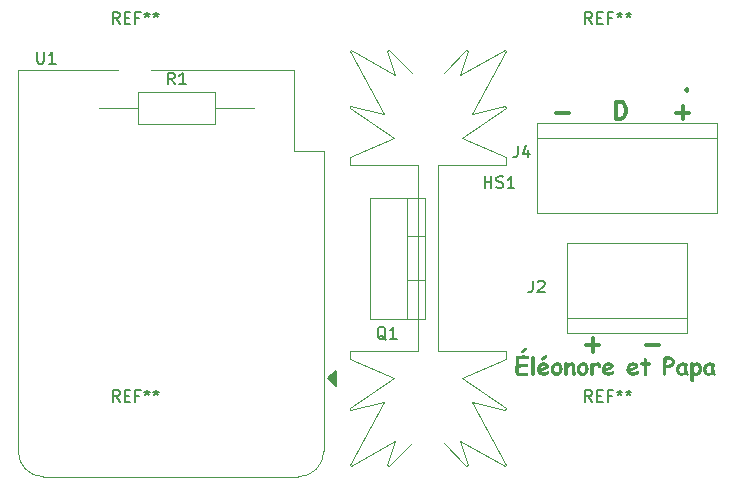
<source format=gbr>
%TF.GenerationSoftware,KiCad,Pcbnew,(7.0.0)*%
%TF.CreationDate,2025-02-09T12:12:52+01:00*%
%TF.ProjectId,fairy-lights,66616972-792d-46c6-9967-6874732e6b69,rev?*%
%TF.SameCoordinates,Original*%
%TF.FileFunction,Legend,Top*%
%TF.FilePolarity,Positive*%
%FSLAX46Y46*%
G04 Gerber Fmt 4.6, Leading zero omitted, Abs format (unit mm)*
G04 Created by KiCad (PCBNEW (7.0.0)) date 2025-02-09 12:12:52*
%MOMM*%
%LPD*%
G01*
G04 APERTURE LIST*
%ADD10C,0.300000*%
%ADD11C,0.150000*%
%ADD12C,0.120000*%
%ADD13C,3.800000*%
%ADD14R,3.000000X3.000000*%
%ADD15C,3.000000*%
%ADD16C,1.600000*%
%ADD17O,1.600000X1.600000*%
%ADD18C,6.000000*%
%ADD19R,2.000000X2.000000*%
%ADD20O,2.000000X1.600000*%
%ADD21R,2.000000X1.905000*%
%ADD22O,2.000000X1.905000*%
G04 APERTURE END LIST*
D10*
X146672142Y-52980714D02*
X146743571Y-53052142D01*
X146743571Y-53052142D02*
X146672142Y-53123571D01*
X146672142Y-53123571D02*
X146600714Y-53052142D01*
X146600714Y-53052142D02*
X146672142Y-52980714D01*
X146672142Y-52980714D02*
X146672142Y-53123571D01*
X145772142Y-54982142D02*
X146915000Y-54982142D01*
X146343571Y-55553571D02*
X146343571Y-54410714D01*
X140692142Y-55553571D02*
X140692142Y-54053571D01*
X140692142Y-54053571D02*
X141049285Y-54053571D01*
X141049285Y-54053571D02*
X141263571Y-54125000D01*
X141263571Y-54125000D02*
X141406428Y-54267857D01*
X141406428Y-54267857D02*
X141477857Y-54410714D01*
X141477857Y-54410714D02*
X141549285Y-54696428D01*
X141549285Y-54696428D02*
X141549285Y-54910714D01*
X141549285Y-54910714D02*
X141477857Y-55196428D01*
X141477857Y-55196428D02*
X141406428Y-55339285D01*
X141406428Y-55339285D02*
X141263571Y-55482142D01*
X141263571Y-55482142D02*
X141049285Y-55553571D01*
X141049285Y-55553571D02*
X140692142Y-55553571D01*
X143232142Y-74667142D02*
X144375000Y-74667142D01*
X138152142Y-74667142D02*
X139295000Y-74667142D01*
X138723571Y-75238571D02*
X138723571Y-74095714D01*
X135612142Y-54982142D02*
X136755000Y-54982142D01*
G36*
X133222690Y-75878503D02*
G01*
X133206993Y-75877730D01*
X133192062Y-75875664D01*
X133179459Y-75873007D01*
X133158613Y-75867994D01*
X133137842Y-75863304D01*
X133117145Y-75858938D01*
X133096523Y-75854895D01*
X133075975Y-75851176D01*
X133055502Y-75847780D01*
X133035103Y-75844707D01*
X133014778Y-75841958D01*
X132994528Y-75839532D01*
X132974352Y-75837430D01*
X132954251Y-75835651D01*
X132934224Y-75834195D01*
X132914271Y-75833063D01*
X132894393Y-75832255D01*
X132874589Y-75831770D01*
X132854860Y-75831608D01*
X132835357Y-75831791D01*
X132820496Y-75832169D01*
X132805437Y-75832753D01*
X132790177Y-75833543D01*
X132774718Y-75834539D01*
X132759059Y-75835741D01*
X132743200Y-75837149D01*
X132727142Y-75838764D01*
X132710884Y-75840584D01*
X132694427Y-75842610D01*
X132688897Y-75843332D01*
X132672239Y-75845633D01*
X132655375Y-75848140D01*
X132638304Y-75850854D01*
X132621028Y-75853773D01*
X132603545Y-75856899D01*
X132585857Y-75860230D01*
X132567962Y-75863768D01*
X132549862Y-75867512D01*
X132531555Y-75871462D01*
X132513042Y-75875618D01*
X132500586Y-75878503D01*
X132500548Y-75896809D01*
X132500437Y-75916192D01*
X132500251Y-75936652D01*
X132499990Y-75958187D01*
X132499655Y-75980798D01*
X132499246Y-76004486D01*
X132498762Y-76029250D01*
X132498204Y-76055090D01*
X132497572Y-76082007D01*
X132496865Y-76109999D01*
X132496083Y-76139068D01*
X132495665Y-76154006D01*
X132495228Y-76169213D01*
X132494772Y-76184689D01*
X132494297Y-76200434D01*
X132493804Y-76216448D01*
X132493293Y-76232731D01*
X132492763Y-76249283D01*
X132492214Y-76266105D01*
X132491646Y-76283195D01*
X132491060Y-76300554D01*
X132510020Y-76299346D01*
X132530130Y-76297937D01*
X132546341Y-76296758D01*
X132564797Y-76295387D01*
X132585496Y-76293824D01*
X132608440Y-76292070D01*
X132633627Y-76290123D01*
X132661059Y-76287985D01*
X132690734Y-76285655D01*
X132706414Y-76284419D01*
X132722654Y-76283134D01*
X132739455Y-76281801D01*
X132756817Y-76280420D01*
X132774741Y-76278992D01*
X132793225Y-76277515D01*
X132812270Y-76275991D01*
X132831876Y-76274418D01*
X132852044Y-76272798D01*
X132872772Y-76271130D01*
X132894061Y-76269413D01*
X132918091Y-76267506D01*
X132940996Y-76265721D01*
X132962776Y-76264060D01*
X132983431Y-76262521D01*
X133002961Y-76261106D01*
X133021367Y-76259813D01*
X133038647Y-76258644D01*
X133054803Y-76257598D01*
X133069834Y-76256675D01*
X133090272Y-76255521D01*
X133108178Y-76254644D01*
X133123553Y-76254044D01*
X133140117Y-76253675D01*
X133143555Y-76253660D01*
X133158484Y-76254266D01*
X133176373Y-76256732D01*
X133193403Y-76261093D01*
X133209575Y-76267350D01*
X133224888Y-76275504D01*
X133239342Y-76285554D01*
X133247602Y-76292494D01*
X133260057Y-76305247D01*
X133270400Y-76319235D01*
X133278632Y-76334456D01*
X133284754Y-76350912D01*
X133288765Y-76368603D01*
X133290453Y-76383643D01*
X133290833Y-76395443D01*
X133290323Y-76410413D01*
X133287640Y-76431308D01*
X133282659Y-76450329D01*
X133275378Y-76467475D01*
X133265799Y-76482748D01*
X133253920Y-76496146D01*
X133239743Y-76507670D01*
X133223266Y-76517321D01*
X133204490Y-76525097D01*
X133183415Y-76530999D01*
X133168088Y-76533893D01*
X133160041Y-76535027D01*
X133143871Y-76535975D01*
X133126270Y-76537032D01*
X133107240Y-76538199D01*
X133086780Y-76539475D01*
X133064890Y-76540861D01*
X133049503Y-76541846D01*
X133033480Y-76542879D01*
X133016822Y-76543961D01*
X132999529Y-76545091D01*
X132981600Y-76546271D01*
X132963035Y-76547498D01*
X132943836Y-76548775D01*
X132924000Y-76550100D01*
X132913845Y-76550781D01*
X132894948Y-76552405D01*
X132874895Y-76554073D01*
X132853686Y-76555783D01*
X132831321Y-76557536D01*
X132807799Y-76559332D01*
X132783121Y-76561171D01*
X132757287Y-76563053D01*
X132730296Y-76564978D01*
X132702149Y-76566945D01*
X132672846Y-76568956D01*
X132657760Y-76569978D01*
X132642386Y-76571010D01*
X132626722Y-76572053D01*
X132610770Y-76573106D01*
X132594528Y-76574171D01*
X132577997Y-76575246D01*
X132561177Y-76576332D01*
X132544069Y-76577428D01*
X132526671Y-76578536D01*
X132508983Y-76579654D01*
X132491007Y-76580783D01*
X132472742Y-76581922D01*
X132471855Y-76597983D01*
X132471025Y-76613653D01*
X132470252Y-76628930D01*
X132469536Y-76643815D01*
X132468570Y-76665407D01*
X132467733Y-76686117D01*
X132467025Y-76705945D01*
X132466445Y-76724890D01*
X132465994Y-76742953D01*
X132465672Y-76760134D01*
X132465479Y-76776432D01*
X132465415Y-76791849D01*
X132465508Y-76816268D01*
X132465787Y-76839333D01*
X132466252Y-76861044D01*
X132466903Y-76881402D01*
X132467740Y-76900406D01*
X132468764Y-76918056D01*
X132469973Y-76934352D01*
X132471368Y-76949294D01*
X132473810Y-76969169D01*
X132476670Y-76985998D01*
X132481135Y-77003697D01*
X132487763Y-77018207D01*
X132489228Y-77020094D01*
X132504079Y-77026469D01*
X132519642Y-77029110D01*
X132535854Y-77030758D01*
X132555409Y-77031995D01*
X132572269Y-77032652D01*
X132591009Y-77033077D01*
X132611630Y-77033270D01*
X132618921Y-77033283D01*
X132635957Y-77033237D01*
X132655008Y-77033100D01*
X132670619Y-77032936D01*
X132687363Y-77032722D01*
X132705240Y-77032456D01*
X132724251Y-77032138D01*
X132744395Y-77031769D01*
X132765673Y-77031348D01*
X132780488Y-77031039D01*
X132795807Y-77030707D01*
X132811629Y-77030352D01*
X132827494Y-77029997D01*
X132842850Y-77029665D01*
X132857696Y-77029356D01*
X132879011Y-77028935D01*
X132899179Y-77028566D01*
X132918200Y-77028248D01*
X132936075Y-77027982D01*
X132952804Y-77027767D01*
X132968387Y-77027604D01*
X132987381Y-77027467D01*
X133004337Y-77027421D01*
X133019249Y-77026813D01*
X133033858Y-77025450D01*
X133048594Y-77023620D01*
X133065153Y-77021193D01*
X133081785Y-77018766D01*
X133096418Y-77016935D01*
X133112296Y-77015457D01*
X133124870Y-77014965D01*
X133139531Y-77015491D01*
X133157099Y-77017631D01*
X133173827Y-77021416D01*
X133189714Y-77026847D01*
X133204761Y-77033924D01*
X133218966Y-77042647D01*
X133227086Y-77048670D01*
X133238420Y-77058488D01*
X133250463Y-77072096D01*
X133260145Y-77087188D01*
X133267465Y-77103766D01*
X133271621Y-77118097D01*
X133274265Y-77133379D01*
X133275399Y-77149610D01*
X133275446Y-77153817D01*
X133274387Y-77174310D01*
X133271209Y-77193199D01*
X133265912Y-77210485D01*
X133258496Y-77226168D01*
X133248962Y-77240247D01*
X133237308Y-77252722D01*
X133223537Y-77263594D01*
X133207646Y-77272862D01*
X133189636Y-77280527D01*
X133169508Y-77286588D01*
X133154912Y-77289738D01*
X133133658Y-77293142D01*
X133117321Y-77295226D01*
X133099249Y-77297161D01*
X133079442Y-77298947D01*
X133057901Y-77300584D01*
X133034625Y-77302073D01*
X133009615Y-77303412D01*
X132982871Y-77304603D01*
X132954392Y-77305645D01*
X132939502Y-77306110D01*
X132924178Y-77306538D01*
X132908421Y-77306928D01*
X132892230Y-77307282D01*
X132875605Y-77307598D01*
X132858547Y-77307877D01*
X132841055Y-77308119D01*
X132823130Y-77308324D01*
X132804771Y-77308491D01*
X132785978Y-77308621D01*
X132766752Y-77308714D01*
X132747092Y-77308770D01*
X132726999Y-77308789D01*
X132706230Y-77308700D01*
X132685919Y-77308432D01*
X132666065Y-77307987D01*
X132646668Y-77307363D01*
X132627728Y-77306562D01*
X132609246Y-77305582D01*
X132591220Y-77304424D01*
X132573652Y-77303087D01*
X132556542Y-77301573D01*
X132539888Y-77299880D01*
X132523692Y-77298009D01*
X132507953Y-77295960D01*
X132492671Y-77293733D01*
X132477847Y-77291328D01*
X132449569Y-77285983D01*
X132423121Y-77279925D01*
X132398502Y-77273154D01*
X132375711Y-77265671D01*
X132354750Y-77257475D01*
X132335617Y-77248566D01*
X132318314Y-77238945D01*
X132302839Y-77228611D01*
X132289193Y-77217564D01*
X132275574Y-77204053D01*
X132262832Y-77188707D01*
X132250970Y-77171527D01*
X132239986Y-77152511D01*
X132229881Y-77131662D01*
X132220655Y-77108977D01*
X132212307Y-77084458D01*
X132204838Y-77058104D01*
X132198248Y-77029915D01*
X132195282Y-77015133D01*
X132192536Y-76999892D01*
X132190010Y-76984193D01*
X132187703Y-76968034D01*
X132185617Y-76951417D01*
X132183749Y-76934342D01*
X132182102Y-76916807D01*
X132180674Y-76898814D01*
X132179466Y-76880363D01*
X132178477Y-76861452D01*
X132177708Y-76842083D01*
X132177159Y-76822256D01*
X132176830Y-76801969D01*
X132176720Y-76781224D01*
X132176798Y-76763277D01*
X132177035Y-76744239D01*
X132177428Y-76724110D01*
X132177979Y-76702891D01*
X132178687Y-76680581D01*
X132179553Y-76657181D01*
X132180577Y-76632691D01*
X132181757Y-76607110D01*
X132183095Y-76580438D01*
X132184591Y-76552676D01*
X132186244Y-76523823D01*
X132187129Y-76508988D01*
X132188054Y-76493880D01*
X132189018Y-76478500D01*
X132190022Y-76462846D01*
X132191065Y-76446921D01*
X132192147Y-76430722D01*
X132193269Y-76414251D01*
X132194430Y-76397508D01*
X132195630Y-76380491D01*
X132196870Y-76363203D01*
X132198109Y-76345915D01*
X132199310Y-76328902D01*
X132200471Y-76312163D01*
X132201592Y-76295700D01*
X132202675Y-76279511D01*
X132203718Y-76263597D01*
X132204721Y-76247958D01*
X132205685Y-76232594D01*
X132206610Y-76217504D01*
X132207496Y-76202689D01*
X132209149Y-76173884D01*
X132210644Y-76146178D01*
X132211982Y-76119570D01*
X132213163Y-76094062D01*
X132214186Y-76069653D01*
X132215052Y-76046343D01*
X132215760Y-76024132D01*
X132216311Y-76003021D01*
X132216705Y-75983008D01*
X132216941Y-75964094D01*
X132217020Y-75946280D01*
X132216659Y-75931455D01*
X132215577Y-75914183D01*
X132214125Y-75897920D01*
X132212171Y-75879958D01*
X132210248Y-75864365D01*
X132208004Y-75847684D01*
X132206762Y-75838935D01*
X132204357Y-75821710D01*
X132202274Y-75805573D01*
X132200510Y-75790524D01*
X132198757Y-75773241D01*
X132197505Y-75757658D01*
X132196664Y-75741202D01*
X132196503Y-75731591D01*
X132197067Y-75712470D01*
X132198759Y-75694582D01*
X132201578Y-75677928D01*
X132205525Y-75662508D01*
X132210600Y-75648321D01*
X132220326Y-75629355D01*
X132232590Y-75613163D01*
X132247391Y-75599748D01*
X132264730Y-75589108D01*
X132284606Y-75581243D01*
X132299266Y-75577543D01*
X132315054Y-75575075D01*
X132331970Y-75573842D01*
X132340851Y-75573688D01*
X132357505Y-75574589D01*
X132373669Y-75577294D01*
X132389344Y-75581802D01*
X132404530Y-75588113D01*
X132419226Y-75596228D01*
X132424016Y-75599333D01*
X132438942Y-75595833D01*
X132453771Y-75592475D01*
X132468503Y-75589261D01*
X132483138Y-75586190D01*
X132497675Y-75583262D01*
X132512115Y-75580477D01*
X132533592Y-75576568D01*
X132554851Y-75572981D01*
X132575890Y-75569716D01*
X132596711Y-75566772D01*
X132617312Y-75564151D01*
X132637695Y-75561852D01*
X132651161Y-75560498D01*
X132671254Y-75558665D01*
X132691141Y-75557012D01*
X132710822Y-75555540D01*
X132730296Y-75554247D01*
X132749565Y-75553135D01*
X132768627Y-75552204D01*
X132787483Y-75551452D01*
X132806133Y-75550881D01*
X132824578Y-75550491D01*
X132842816Y-75550280D01*
X132854860Y-75550240D01*
X132870992Y-75550286D01*
X132886921Y-75550423D01*
X132902646Y-75550652D01*
X132918167Y-75550973D01*
X132933483Y-75551385D01*
X132948596Y-75551889D01*
X132963505Y-75552484D01*
X132978210Y-75553171D01*
X133007008Y-75554820D01*
X133034991Y-75556835D01*
X133062158Y-75559216D01*
X133088509Y-75561964D01*
X133114044Y-75565078D01*
X133138764Y-75568558D01*
X133162667Y-75572405D01*
X133185756Y-75576618D01*
X133208028Y-75581198D01*
X133229485Y-75586144D01*
X133250125Y-75591456D01*
X133269951Y-75597135D01*
X133286908Y-75604607D01*
X133302198Y-75613149D01*
X133315820Y-75622760D01*
X133327773Y-75633439D01*
X133338059Y-75645188D01*
X133346677Y-75658006D01*
X133353627Y-75671893D01*
X133358908Y-75686848D01*
X133362522Y-75702873D01*
X133364468Y-75719967D01*
X133364839Y-75731957D01*
X133363936Y-75748932D01*
X133361225Y-75765280D01*
X133356709Y-75781003D01*
X133350385Y-75796099D01*
X133342254Y-75810570D01*
X133332317Y-75824414D01*
X133327836Y-75829776D01*
X133317137Y-75841196D01*
X133305740Y-75851094D01*
X133293644Y-75859469D01*
X133277542Y-75867796D01*
X133260349Y-75873744D01*
X133245809Y-75876790D01*
X133230571Y-75878312D01*
X133222690Y-75878503D01*
G37*
G36*
X133114979Y-75101444D02*
G01*
X133100845Y-75111588D01*
X133085921Y-75123334D01*
X133074210Y-75133196D01*
X133062055Y-75143959D01*
X133049455Y-75155624D01*
X133036411Y-75168191D01*
X133022922Y-75181659D01*
X133008989Y-75196029D01*
X132994612Y-75211300D01*
X132979790Y-75227473D01*
X132969349Y-75238838D01*
X132959182Y-75249759D01*
X132944447Y-75265308D01*
X132930331Y-75279859D01*
X132916833Y-75293412D01*
X132903953Y-75305967D01*
X132891691Y-75317523D01*
X132880047Y-75328082D01*
X132865484Y-75340607D01*
X132852021Y-75351357D01*
X132845701Y-75356067D01*
X132833007Y-75364722D01*
X132819884Y-75371910D01*
X132806331Y-75377630D01*
X132789501Y-75382559D01*
X132775004Y-75385053D01*
X132760077Y-75386080D01*
X132757041Y-75386109D01*
X132740331Y-75385259D01*
X132724318Y-75382710D01*
X132709004Y-75378462D01*
X132694387Y-75372514D01*
X132680467Y-75364866D01*
X132667246Y-75355519D01*
X132662152Y-75351304D01*
X132650648Y-75340036D01*
X132641094Y-75328213D01*
X132632202Y-75313294D01*
X132626118Y-75297576D01*
X132622843Y-75281060D01*
X132622219Y-75269605D01*
X132624287Y-75252603D01*
X132629353Y-75237499D01*
X132637459Y-75221905D01*
X132646536Y-75208537D01*
X132657724Y-75194829D01*
X132665450Y-75186441D01*
X132677330Y-75175450D01*
X132689156Y-75164459D01*
X132700929Y-75153468D01*
X132712648Y-75142477D01*
X132724313Y-75131486D01*
X132735925Y-75120495D01*
X132740554Y-75116099D01*
X132753985Y-75101435D01*
X132766709Y-75087579D01*
X132778726Y-75074531D01*
X132790036Y-75062289D01*
X132800639Y-75050854D01*
X132815219Y-75035216D01*
X132828207Y-75021393D01*
X132839605Y-75009387D01*
X132852327Y-74996204D01*
X132864254Y-74984265D01*
X132870614Y-74978346D01*
X132882251Y-74968097D01*
X132893717Y-74958510D01*
X132910595Y-74945370D01*
X132927085Y-74933716D01*
X132943189Y-74923551D01*
X132958907Y-74914873D01*
X132974239Y-74907683D01*
X132989184Y-74901980D01*
X133003743Y-74897765D01*
X133022553Y-74894459D01*
X133036210Y-74893715D01*
X133052902Y-74894601D01*
X133068861Y-74897257D01*
X133084086Y-74901685D01*
X133098578Y-74907883D01*
X133112336Y-74915853D01*
X133125361Y-74925593D01*
X133130366Y-74929986D01*
X133141870Y-74941438D01*
X133151425Y-74953356D01*
X133160316Y-74968271D01*
X133166400Y-74983855D01*
X133169676Y-75000110D01*
X133170300Y-75011318D01*
X133168949Y-75027333D01*
X133164897Y-75042631D01*
X133158144Y-75057214D01*
X133148690Y-75071082D01*
X133136534Y-75084233D01*
X133124865Y-75094240D01*
X133114979Y-75101444D01*
G37*
G36*
X133814002Y-77067355D02*
G01*
X133813446Y-77090912D01*
X133811781Y-77112950D01*
X133809004Y-77133468D01*
X133805117Y-77152466D01*
X133800120Y-77169944D01*
X133794012Y-77185902D01*
X133786793Y-77200341D01*
X133778464Y-77213259D01*
X133769025Y-77224658D01*
X133752783Y-77238907D01*
X133734043Y-77249735D01*
X133720161Y-77255055D01*
X133705169Y-77258854D01*
X133689066Y-77261134D01*
X133671852Y-77261894D01*
X133656711Y-77261282D01*
X133638735Y-77258793D01*
X133621813Y-77254391D01*
X133605948Y-77248074D01*
X133591138Y-77239844D01*
X133577383Y-77229699D01*
X133569637Y-77222693D01*
X133558132Y-77210012D01*
X133548578Y-77196239D01*
X133540973Y-77181375D01*
X133535319Y-77165420D01*
X133531614Y-77148374D01*
X133529859Y-77130236D01*
X133529703Y-77122676D01*
X133529703Y-75705945D01*
X133530758Y-75687917D01*
X133533925Y-75670926D01*
X133539202Y-75654972D01*
X133546590Y-75640057D01*
X133556089Y-75626179D01*
X133567699Y-75613338D01*
X133572934Y-75608492D01*
X133586336Y-75598465D01*
X133600669Y-75590138D01*
X133615932Y-75583510D01*
X133632125Y-75578582D01*
X133649248Y-75575353D01*
X133667301Y-75573824D01*
X133674783Y-75573688D01*
X133689650Y-75574260D01*
X133707283Y-75576586D01*
X133723860Y-75580700D01*
X133739382Y-75586603D01*
X133753849Y-75594296D01*
X133767260Y-75603777D01*
X133774801Y-75610324D01*
X133786094Y-75622222D01*
X133795473Y-75635247D01*
X133802938Y-75649399D01*
X133808489Y-75664678D01*
X133812126Y-75681083D01*
X133813848Y-75698616D01*
X133814002Y-75705945D01*
X133814002Y-77067355D01*
G37*
G36*
X134584685Y-76136674D02*
G01*
X134606407Y-76137425D01*
X134627652Y-76138677D01*
X134648419Y-76140430D01*
X134668708Y-76142684D01*
X134688519Y-76145439D01*
X134707852Y-76148695D01*
X134726707Y-76152452D01*
X134745083Y-76156709D01*
X134762982Y-76161468D01*
X134780403Y-76166727D01*
X134797346Y-76172487D01*
X134813811Y-76178748D01*
X134829798Y-76185510D01*
X134845307Y-76192773D01*
X134860338Y-76200537D01*
X134879193Y-76211482D01*
X134896831Y-76223160D01*
X134913253Y-76235570D01*
X134928459Y-76248714D01*
X134942448Y-76262590D01*
X134955221Y-76277199D01*
X134966777Y-76292540D01*
X134977117Y-76308614D01*
X134986240Y-76325421D01*
X134994147Y-76342961D01*
X135000837Y-76361233D01*
X135006311Y-76380239D01*
X135010569Y-76399976D01*
X135013610Y-76420447D01*
X135015435Y-76441650D01*
X135016043Y-76463586D01*
X135014929Y-76484519D01*
X135011586Y-76505000D01*
X135006016Y-76525030D01*
X134998217Y-76544610D01*
X134988190Y-76563739D01*
X134980267Y-76576241D01*
X134971354Y-76588543D01*
X134961451Y-76600645D01*
X134950557Y-76612546D01*
X134938673Y-76624246D01*
X134925799Y-76635747D01*
X134911934Y-76647047D01*
X134897080Y-76658147D01*
X134889281Y-76663621D01*
X134872995Y-76674269D01*
X134858398Y-76683006D01*
X134841761Y-76692387D01*
X134823081Y-76702412D01*
X134809495Y-76709453D01*
X134795000Y-76716780D01*
X134779599Y-76724393D01*
X134763290Y-76732293D01*
X134746073Y-76740479D01*
X134727950Y-76748951D01*
X134708919Y-76757710D01*
X134688981Y-76766754D01*
X134668135Y-76776085D01*
X134657372Y-76780858D01*
X134310059Y-76933632D01*
X134326016Y-76940673D01*
X134342974Y-76947141D01*
X134357263Y-76951904D01*
X134372192Y-76956301D01*
X134387762Y-76960331D01*
X134403974Y-76963994D01*
X134420827Y-76967291D01*
X134429494Y-76968803D01*
X134447394Y-76971550D01*
X134465924Y-76973932D01*
X134485084Y-76975947D01*
X134499867Y-76977218D01*
X134515004Y-76978282D01*
X134530495Y-76979141D01*
X134546341Y-76979794D01*
X134562541Y-76980240D01*
X134579095Y-76980481D01*
X134590327Y-76980526D01*
X134607426Y-76980285D01*
X134624193Y-76979559D01*
X134640628Y-76978350D01*
X134656731Y-76976657D01*
X134672502Y-76974480D01*
X134687941Y-76971819D01*
X134703047Y-76968675D01*
X134717822Y-76965047D01*
X134732265Y-76960936D01*
X134746376Y-76956341D01*
X134760154Y-76951262D01*
X134780200Y-76942736D01*
X134799499Y-76933122D01*
X134818050Y-76922420D01*
X134824068Y-76918611D01*
X134839843Y-76908724D01*
X134855019Y-76899810D01*
X134869595Y-76891869D01*
X134883573Y-76884900D01*
X134896953Y-76878903D01*
X134913860Y-76872420D01*
X134929702Y-76867666D01*
X134944480Y-76864640D01*
X134961454Y-76863290D01*
X134980573Y-76864311D01*
X134997810Y-76867373D01*
X135013168Y-76872476D01*
X135026644Y-76879622D01*
X135038241Y-76888808D01*
X135047957Y-76900036D01*
X135055792Y-76913306D01*
X135061747Y-76928617D01*
X135065821Y-76945970D01*
X135068015Y-76965364D01*
X135068433Y-76979427D01*
X135067760Y-76995589D01*
X135065742Y-77011375D01*
X135062379Y-77026787D01*
X135057671Y-77041824D01*
X135051617Y-77056485D01*
X135044218Y-77070772D01*
X135035474Y-77084684D01*
X135025385Y-77098221D01*
X135013950Y-77111383D01*
X135001171Y-77124170D01*
X134987046Y-77136582D01*
X134971575Y-77148619D01*
X134954760Y-77160281D01*
X134936599Y-77171568D01*
X134917093Y-77182480D01*
X134896242Y-77193018D01*
X134878174Y-77201358D01*
X134859966Y-77209161D01*
X134841618Y-77216425D01*
X134823129Y-77223151D01*
X134804500Y-77229339D01*
X134785731Y-77234989D01*
X134766822Y-77240101D01*
X134747773Y-77244675D01*
X134728583Y-77248711D01*
X134709253Y-77252208D01*
X134689783Y-77255168D01*
X134670172Y-77257589D01*
X134650421Y-77259473D01*
X134630530Y-77260818D01*
X134610499Y-77261625D01*
X134590327Y-77261894D01*
X134575027Y-77261779D01*
X134559902Y-77261435D01*
X134544951Y-77260861D01*
X134530175Y-77260057D01*
X134501146Y-77257760D01*
X134472816Y-77254544D01*
X134445184Y-77250409D01*
X134418251Y-77245356D01*
X134392016Y-77239384D01*
X134366479Y-77232493D01*
X134341641Y-77224684D01*
X134317501Y-77215955D01*
X134294059Y-77206308D01*
X134271316Y-77195742D01*
X134249271Y-77184258D01*
X134227925Y-77171854D01*
X134207276Y-77158532D01*
X134187327Y-77144291D01*
X134166387Y-77127619D01*
X134146798Y-77110116D01*
X134128560Y-77091784D01*
X134111673Y-77072621D01*
X134096136Y-77052629D01*
X134081951Y-77031806D01*
X134069117Y-77010153D01*
X134057634Y-76987670D01*
X134047502Y-76964358D01*
X134038720Y-76940215D01*
X134031290Y-76915242D01*
X134025211Y-76889439D01*
X134020482Y-76862806D01*
X134017105Y-76835343D01*
X134015078Y-76807050D01*
X134014403Y-76777927D01*
X134014537Y-76761702D01*
X134014938Y-76745634D01*
X134015607Y-76729722D01*
X134016544Y-76713968D01*
X134017748Y-76698370D01*
X134019220Y-76682928D01*
X134020041Y-76675711D01*
X134289542Y-76675711D01*
X134304101Y-76669350D01*
X134318651Y-76662997D01*
X134333193Y-76656653D01*
X134347726Y-76650318D01*
X134362250Y-76643991D01*
X134376766Y-76637672D01*
X134391273Y-76631363D01*
X134405771Y-76625061D01*
X134420261Y-76618769D01*
X134434743Y-76612485D01*
X134449216Y-76606209D01*
X134463680Y-76599943D01*
X134478136Y-76593684D01*
X134492583Y-76587435D01*
X134507021Y-76581194D01*
X134521451Y-76574961D01*
X134538631Y-76567074D01*
X134555368Y-76559259D01*
X134571662Y-76551515D01*
X134587511Y-76543843D01*
X134602917Y-76536242D01*
X134617879Y-76528713D01*
X134632398Y-76521256D01*
X134646473Y-76513870D01*
X134660104Y-76506555D01*
X134673292Y-76499313D01*
X134692242Y-76488583D01*
X134710193Y-76478013D01*
X134727146Y-76467605D01*
X134743101Y-76457358D01*
X134729751Y-76450287D01*
X134715667Y-76443911D01*
X134700849Y-76438231D01*
X134685296Y-76433247D01*
X134669009Y-76428958D01*
X134651988Y-76425364D01*
X134634233Y-76422466D01*
X134615744Y-76420264D01*
X134596521Y-76418757D01*
X134576563Y-76417945D01*
X134562850Y-76417791D01*
X134545097Y-76418358D01*
X134527834Y-76420058D01*
X134511060Y-76422891D01*
X134494775Y-76426858D01*
X134478980Y-76431959D01*
X134463674Y-76438193D01*
X134448858Y-76445560D01*
X134434531Y-76454061D01*
X134420694Y-76463695D01*
X134407346Y-76474463D01*
X134398719Y-76482271D01*
X134386243Y-76494928D01*
X134374230Y-76508718D01*
X134362681Y-76523641D01*
X134351595Y-76539699D01*
X134340974Y-76556889D01*
X134330816Y-76575213D01*
X134321121Y-76594670D01*
X134314916Y-76608272D01*
X134308917Y-76622377D01*
X134303124Y-76636985D01*
X134297537Y-76652098D01*
X134292156Y-76667714D01*
X134289542Y-76675711D01*
X134020041Y-76675711D01*
X134020959Y-76667644D01*
X134022967Y-76652516D01*
X134025241Y-76637545D01*
X134027784Y-76622730D01*
X134030594Y-76608072D01*
X134033671Y-76593571D01*
X134037017Y-76579227D01*
X134044510Y-76551008D01*
X134053074Y-76523416D01*
X134062708Y-76496451D01*
X134073413Y-76470113D01*
X134085188Y-76444402D01*
X134098033Y-76419317D01*
X134111949Y-76394860D01*
X134126936Y-76371029D01*
X134142993Y-76347825D01*
X134151423Y-76336458D01*
X134161052Y-76324151D01*
X134170889Y-76312235D01*
X134180933Y-76300710D01*
X134191185Y-76289575D01*
X134201644Y-76278831D01*
X134212311Y-76268477D01*
X134223185Y-76258515D01*
X134245557Y-76239761D01*
X134268758Y-76222571D01*
X134292789Y-76206943D01*
X134317650Y-76192878D01*
X134343341Y-76180376D01*
X134369863Y-76169437D01*
X134397214Y-76160060D01*
X134425396Y-76152246D01*
X134439798Y-76148925D01*
X134454407Y-76145995D01*
X134469224Y-76143456D01*
X134484249Y-76141307D01*
X134499481Y-76139549D01*
X134514920Y-76138181D01*
X134530567Y-76137204D01*
X134546422Y-76136618D01*
X134562484Y-76136423D01*
X134584685Y-76136674D01*
G37*
G36*
X134778112Y-75504231D02*
G01*
X134794070Y-75506888D01*
X134809296Y-75511315D01*
X134823787Y-75517514D01*
X134837546Y-75525483D01*
X134850571Y-75535224D01*
X134855575Y-75539616D01*
X134867080Y-75551068D01*
X134876634Y-75562986D01*
X134885525Y-75577901D01*
X134891609Y-75593486D01*
X134894885Y-75609740D01*
X134895509Y-75620949D01*
X134894158Y-75636963D01*
X134890106Y-75652261D01*
X134883353Y-75666844D01*
X134873899Y-75680712D01*
X134861744Y-75693864D01*
X134850074Y-75703870D01*
X134840188Y-75711074D01*
X134826054Y-75721218D01*
X134811131Y-75732964D01*
X134799420Y-75742826D01*
X134787264Y-75753590D01*
X134774664Y-75765255D01*
X134761620Y-75777821D01*
X134748131Y-75791289D01*
X134734198Y-75805659D01*
X134719821Y-75820930D01*
X134705000Y-75837103D01*
X134694558Y-75848468D01*
X134684392Y-75859389D01*
X134669657Y-75874938D01*
X134655540Y-75889489D01*
X134642042Y-75903042D01*
X134629162Y-75915597D01*
X134616900Y-75927154D01*
X134605257Y-75937712D01*
X134590694Y-75950237D01*
X134577230Y-75960988D01*
X134570910Y-75965697D01*
X134558216Y-75974352D01*
X134545093Y-75981540D01*
X134531540Y-75987261D01*
X134514710Y-75992189D01*
X134500213Y-75994683D01*
X134485287Y-75995710D01*
X134482250Y-75995739D01*
X134465540Y-75994889D01*
X134449528Y-75992340D01*
X134434213Y-75988092D01*
X134419596Y-75982144D01*
X134405677Y-75974496D01*
X134392455Y-75965149D01*
X134387362Y-75960935D01*
X134375857Y-75949666D01*
X134366303Y-75937844D01*
X134357411Y-75922924D01*
X134351328Y-75907206D01*
X134348052Y-75890690D01*
X134347428Y-75879235D01*
X134349497Y-75862233D01*
X134354563Y-75847129D01*
X134362669Y-75831535D01*
X134371745Y-75818167D01*
X134382933Y-75804459D01*
X134390659Y-75796071D01*
X134402539Y-75785080D01*
X134414365Y-75774089D01*
X134426138Y-75763098D01*
X134437857Y-75752107D01*
X134449522Y-75741116D01*
X134461134Y-75730125D01*
X134465764Y-75725729D01*
X134479195Y-75711066D01*
X134491919Y-75697210D01*
X134503936Y-75684161D01*
X134515246Y-75671919D01*
X134525849Y-75660484D01*
X134540428Y-75644846D01*
X134553416Y-75631024D01*
X134564814Y-75619017D01*
X134577537Y-75605834D01*
X134589463Y-75593895D01*
X134595823Y-75587976D01*
X134607461Y-75577728D01*
X134618927Y-75568141D01*
X134635804Y-75555000D01*
X134652295Y-75543347D01*
X134668399Y-75533181D01*
X134684117Y-75524503D01*
X134699448Y-75517313D01*
X134714393Y-75511610D01*
X134728952Y-75507395D01*
X134747763Y-75504089D01*
X134761420Y-75503346D01*
X134778112Y-75504231D01*
G37*
G36*
X135770149Y-76137079D02*
G01*
X135794899Y-76139045D01*
X135818990Y-76142322D01*
X135842423Y-76146910D01*
X135865198Y-76152809D01*
X135887314Y-76160019D01*
X135908772Y-76168540D01*
X135929572Y-76178372D01*
X135949714Y-76189514D01*
X135969197Y-76201968D01*
X135988021Y-76215732D01*
X136006188Y-76230808D01*
X136023696Y-76247194D01*
X136040546Y-76264891D01*
X136056738Y-76283899D01*
X136072271Y-76304218D01*
X136085492Y-76323368D01*
X136097859Y-76343081D01*
X136109374Y-76363359D01*
X136120036Y-76384200D01*
X136129845Y-76405605D01*
X136138800Y-76427574D01*
X136146903Y-76450107D01*
X136154153Y-76473203D01*
X136160550Y-76496864D01*
X136166095Y-76521088D01*
X136170786Y-76545877D01*
X136174624Y-76571229D01*
X136177609Y-76597145D01*
X136179742Y-76623625D01*
X136181021Y-76650668D01*
X136181448Y-76678276D01*
X136181323Y-76693410D01*
X136180948Y-76708405D01*
X136180324Y-76723260D01*
X136179450Y-76737976D01*
X136176952Y-76766989D01*
X136173456Y-76795444D01*
X136168961Y-76823340D01*
X136163467Y-76850679D01*
X136156974Y-76877459D01*
X136149482Y-76903681D01*
X136140991Y-76929346D01*
X136131502Y-76954452D01*
X136121013Y-76978999D01*
X136109526Y-77002989D01*
X136097039Y-77026421D01*
X136083554Y-77049294D01*
X136069070Y-77071609D01*
X136053586Y-77093367D01*
X136044538Y-77105178D01*
X136035298Y-77116614D01*
X136016246Y-77138361D01*
X135996429Y-77158608D01*
X135975848Y-77177356D01*
X135954503Y-77194603D01*
X135932394Y-77210351D01*
X135909521Y-77224599D01*
X135885883Y-77237348D01*
X135861481Y-77248596D01*
X135836315Y-77258345D01*
X135810385Y-77266594D01*
X135783690Y-77273343D01*
X135756232Y-77278592D01*
X135728009Y-77282342D01*
X135699022Y-77284592D01*
X135684241Y-77285154D01*
X135669270Y-77285341D01*
X135645666Y-77284822D01*
X135622479Y-77283263D01*
X135599710Y-77280666D01*
X135577359Y-77277030D01*
X135555425Y-77272354D01*
X135533910Y-77266640D01*
X135512813Y-77259886D01*
X135492133Y-77252094D01*
X135471871Y-77243262D01*
X135452028Y-77233392D01*
X135432602Y-77222483D01*
X135413594Y-77210534D01*
X135395004Y-77197547D01*
X135376831Y-77183521D01*
X135359077Y-77168455D01*
X135341741Y-77152351D01*
X135323523Y-77133744D01*
X135306421Y-77114375D01*
X135290435Y-77094245D01*
X135275566Y-77073354D01*
X135261813Y-77051701D01*
X135249176Y-77029287D01*
X135237656Y-77006112D01*
X135227252Y-76982175D01*
X135217964Y-76957477D01*
X135209792Y-76932017D01*
X135202737Y-76905797D01*
X135196798Y-76878814D01*
X135191975Y-76851071D01*
X135188268Y-76822566D01*
X135185678Y-76793300D01*
X135184801Y-76778381D01*
X135184204Y-76763272D01*
X135184185Y-76761807D01*
X135469602Y-76761807D01*
X135469875Y-76777060D01*
X135470695Y-76791860D01*
X135472950Y-76813213D01*
X135476435Y-76833548D01*
X135481150Y-76852866D01*
X135487096Y-76871167D01*
X135494271Y-76888449D01*
X135502676Y-76904715D01*
X135512311Y-76919962D01*
X135523177Y-76934193D01*
X135535272Y-76947405D01*
X135539577Y-76951584D01*
X135553791Y-76963863D01*
X135568589Y-76974504D01*
X135583970Y-76983509D01*
X135599936Y-76990876D01*
X135616485Y-76996606D01*
X135633618Y-77000699D01*
X135651336Y-77003155D01*
X135669637Y-77003974D01*
X135686257Y-77003439D01*
X135702459Y-77001836D01*
X135718243Y-76999163D01*
X135733607Y-76995421D01*
X135748553Y-76990611D01*
X135763081Y-76984731D01*
X135777190Y-76977782D01*
X135790880Y-76969764D01*
X135804152Y-76960678D01*
X135817005Y-76950522D01*
X135825341Y-76943157D01*
X135838809Y-76929386D01*
X135851046Y-76914727D01*
X135862053Y-76899178D01*
X135871830Y-76882741D01*
X135880377Y-76865416D01*
X135887693Y-76847201D01*
X135893780Y-76828098D01*
X135898637Y-76808106D01*
X135902264Y-76787226D01*
X135904661Y-76765456D01*
X135905575Y-76750450D01*
X135906204Y-76730050D01*
X135906441Y-76710296D01*
X135906287Y-76691187D01*
X135905741Y-76672723D01*
X135904804Y-76654905D01*
X135903476Y-76637732D01*
X135901756Y-76621205D01*
X135899645Y-76605324D01*
X135897142Y-76590087D01*
X135894248Y-76575496D01*
X135887286Y-76548251D01*
X135878758Y-76523587D01*
X135868664Y-76501505D01*
X135857005Y-76482005D01*
X135843780Y-76465086D01*
X135828989Y-76450749D01*
X135812633Y-76438994D01*
X135794711Y-76429821D01*
X135775224Y-76423229D01*
X135754171Y-76419219D01*
X135731552Y-76417791D01*
X135715916Y-76418113D01*
X135700697Y-76419354D01*
X135685897Y-76421513D01*
X135671514Y-76424591D01*
X135650724Y-76430932D01*
X135630874Y-76439339D01*
X135611964Y-76449814D01*
X135593994Y-76462356D01*
X135582536Y-76471865D01*
X135571497Y-76482294D01*
X135560875Y-76493641D01*
X135550671Y-76505907D01*
X135540885Y-76519092D01*
X135531517Y-76533196D01*
X135520452Y-76551827D01*
X135510476Y-76571037D01*
X135501587Y-76590827D01*
X135493787Y-76611197D01*
X135487076Y-76632146D01*
X135483206Y-76646434D01*
X135479820Y-76660980D01*
X135476918Y-76675784D01*
X135474499Y-76690845D01*
X135472564Y-76706163D01*
X135471113Y-76721739D01*
X135470146Y-76737573D01*
X135469662Y-76753665D01*
X135469602Y-76761807D01*
X135184185Y-76761807D01*
X135183832Y-76734526D01*
X135184547Y-76706171D01*
X135186351Y-76678209D01*
X135189241Y-76650638D01*
X135193220Y-76623460D01*
X135198286Y-76596674D01*
X135204440Y-76570280D01*
X135211681Y-76544278D01*
X135220010Y-76518668D01*
X135229427Y-76493451D01*
X135239931Y-76468625D01*
X135251523Y-76444192D01*
X135264203Y-76420151D01*
X135277970Y-76396502D01*
X135292825Y-76373245D01*
X135308768Y-76350380D01*
X135318688Y-76337216D01*
X135328846Y-76324471D01*
X135339244Y-76312143D01*
X135349881Y-76300234D01*
X135360756Y-76288742D01*
X135371871Y-76277668D01*
X135383225Y-76267012D01*
X135394818Y-76256774D01*
X135406649Y-76246953D01*
X135418720Y-76237551D01*
X135431030Y-76228567D01*
X135443578Y-76220000D01*
X135456366Y-76211851D01*
X135469393Y-76204120D01*
X135482658Y-76196807D01*
X135496163Y-76189912D01*
X135509907Y-76183435D01*
X135523889Y-76177376D01*
X135538111Y-76171734D01*
X135552572Y-76166511D01*
X135567271Y-76161705D01*
X135582210Y-76157317D01*
X135597388Y-76153347D01*
X135612804Y-76149795D01*
X135628460Y-76146661D01*
X135644355Y-76143945D01*
X135660488Y-76141647D01*
X135676861Y-76139766D01*
X135693472Y-76138304D01*
X135710323Y-76137259D01*
X135727413Y-76136632D01*
X135744741Y-76136423D01*
X135770149Y-76137079D01*
G37*
G36*
X137160373Y-77285341D02*
G01*
X137144967Y-77284875D01*
X137123506Y-77282426D01*
X137104021Y-77277877D01*
X137086514Y-77271229D01*
X137070984Y-77262481D01*
X137057431Y-77251634D01*
X137045855Y-77238687D01*
X137036257Y-77223641D01*
X137028635Y-77206496D01*
X137022990Y-77187251D01*
X137019323Y-77165907D01*
X137016640Y-77146800D01*
X137013952Y-77127675D01*
X137011257Y-77108530D01*
X137008555Y-77089365D01*
X137005847Y-77070181D01*
X137003132Y-77050979D01*
X137000412Y-77031756D01*
X136997684Y-77012515D01*
X136994950Y-76993254D01*
X136992210Y-76973973D01*
X136990380Y-76961109D01*
X136987630Y-76940885D01*
X136985151Y-76920881D01*
X136982942Y-76901095D01*
X136981003Y-76881528D01*
X136979335Y-76862180D01*
X136977938Y-76843051D01*
X136976811Y-76824141D01*
X136975954Y-76805450D01*
X136975368Y-76786978D01*
X136975053Y-76768725D01*
X136974993Y-76756678D01*
X136975221Y-76741565D01*
X136975798Y-76724585D01*
X136976570Y-76707240D01*
X136977411Y-76690818D01*
X136978431Y-76672607D01*
X136978656Y-76668750D01*
X136979515Y-76653752D01*
X136980427Y-76636615D01*
X136981161Y-76621266D01*
X136981805Y-76605209D01*
X136982230Y-76589732D01*
X136982320Y-76580823D01*
X136982966Y-76565066D01*
X136983930Y-76549095D01*
X136984152Y-76545652D01*
X136985214Y-76530624D01*
X136985987Y-76515898D01*
X136986348Y-76500966D01*
X136986350Y-76499856D01*
X136985960Y-76485190D01*
X136984229Y-76467880D01*
X136981112Y-76453134D01*
X136975267Y-76438307D01*
X136965397Y-76425805D01*
X136949942Y-76418512D01*
X136942020Y-76417791D01*
X136924260Y-76418747D01*
X136906565Y-76421616D01*
X136888935Y-76426398D01*
X136871369Y-76433092D01*
X136853867Y-76441699D01*
X136836430Y-76452219D01*
X136819057Y-76464651D01*
X136807510Y-76474002D01*
X136795993Y-76484203D01*
X136784504Y-76495254D01*
X136773044Y-76507155D01*
X136761612Y-76519907D01*
X136755907Y-76526601D01*
X136744703Y-76540430D01*
X136733805Y-76554714D01*
X136723213Y-76569453D01*
X136712928Y-76584647D01*
X136702948Y-76600296D01*
X136693276Y-76616400D01*
X136683909Y-76632960D01*
X136674849Y-76649974D01*
X136666094Y-76667444D01*
X136657647Y-76685368D01*
X136649505Y-76703748D01*
X136641670Y-76722583D01*
X136634141Y-76741873D01*
X136626918Y-76761618D01*
X136620001Y-76781818D01*
X136613391Y-76802473D01*
X136612327Y-76818129D01*
X136610996Y-76833250D01*
X136609278Y-76849942D01*
X136607552Y-76865053D01*
X136605557Y-76881255D01*
X136604232Y-76891500D01*
X136602115Y-76908471D01*
X136600437Y-76925314D01*
X136599196Y-76942028D01*
X136598393Y-76958613D01*
X136598028Y-76975070D01*
X136598004Y-76980526D01*
X136598416Y-76996601D01*
X136599453Y-77013596D01*
X136600844Y-77030340D01*
X136602357Y-77045828D01*
X136604193Y-77062711D01*
X136604598Y-77066256D01*
X136606498Y-77083409D01*
X136608076Y-77099150D01*
X136609544Y-77116173D01*
X136610549Y-77131161D01*
X136611135Y-77146075D01*
X136611193Y-77151618D01*
X136610200Y-77169216D01*
X136607221Y-77185829D01*
X136602257Y-77201459D01*
X136595307Y-77216104D01*
X136586372Y-77229766D01*
X136575451Y-77242444D01*
X136570526Y-77247240D01*
X136557299Y-77258216D01*
X136543035Y-77267332D01*
X136527733Y-77274588D01*
X136511393Y-77279983D01*
X136494016Y-77283518D01*
X136479367Y-77285007D01*
X136467944Y-77285341D01*
X136452803Y-77284740D01*
X136434827Y-77282299D01*
X136417906Y-77277978D01*
X136402040Y-77271780D01*
X136387230Y-77263703D01*
X136373475Y-77253748D01*
X136365729Y-77246873D01*
X136354224Y-77234360D01*
X136344670Y-77220863D01*
X136337065Y-77206382D01*
X136331411Y-77190917D01*
X136327706Y-77174468D01*
X136325951Y-77157035D01*
X136325795Y-77149787D01*
X136325406Y-77133667D01*
X136324427Y-77116556D01*
X136323113Y-77099658D01*
X136321683Y-77084001D01*
X136319950Y-77066914D01*
X136319567Y-77063325D01*
X136317773Y-77045845D01*
X136316282Y-77029815D01*
X136314896Y-77012492D01*
X136313947Y-76997255D01*
X136313393Y-76982115D01*
X136313339Y-76976496D01*
X136313464Y-76957342D01*
X136313841Y-76936835D01*
X136314469Y-76914975D01*
X136315027Y-76899651D01*
X136315697Y-76883725D01*
X136316478Y-76867199D01*
X136317371Y-76850071D01*
X136318376Y-76832343D01*
X136319492Y-76814013D01*
X136320720Y-76795082D01*
X136322059Y-76775551D01*
X136323511Y-76755418D01*
X136325073Y-76734684D01*
X136326748Y-76713349D01*
X136327627Y-76702456D01*
X136329401Y-76680776D01*
X136331062Y-76659700D01*
X136332607Y-76639228D01*
X136334038Y-76619360D01*
X136335355Y-76600096D01*
X136336557Y-76581435D01*
X136337645Y-76563379D01*
X136338618Y-76545927D01*
X136339476Y-76529078D01*
X136340221Y-76512834D01*
X136340850Y-76497193D01*
X136341366Y-76482156D01*
X136341924Y-76460734D01*
X136342224Y-76440670D01*
X136342281Y-76428049D01*
X136342106Y-76413148D01*
X136341677Y-76398087D01*
X136340990Y-76380913D01*
X136340221Y-76364989D01*
X136339273Y-76347597D01*
X136338618Y-76336458D01*
X136337759Y-76321649D01*
X136336847Y-76304506D01*
X136336113Y-76288884D01*
X136335469Y-76272144D01*
X136335044Y-76255382D01*
X136334954Y-76245233D01*
X136335974Y-76227856D01*
X136339033Y-76211445D01*
X136344131Y-76195999D01*
X136351269Y-76181520D01*
X136360446Y-76168007D01*
X136371662Y-76155460D01*
X136376720Y-76150711D01*
X136390237Y-76139840D01*
X136404684Y-76130812D01*
X136420061Y-76123626D01*
X136436368Y-76118282D01*
X136453606Y-76114781D01*
X136471774Y-76113123D01*
X136479302Y-76112976D01*
X136495708Y-76113614D01*
X136511130Y-76115529D01*
X136525567Y-76118720D01*
X136545376Y-76125901D01*
X136562970Y-76135954D01*
X136578349Y-76148879D01*
X136591512Y-76164676D01*
X136602460Y-76183346D01*
X136608528Y-76197388D01*
X136613611Y-76212706D01*
X136617710Y-76229301D01*
X136620824Y-76247173D01*
X136622954Y-76266321D01*
X136623649Y-76276374D01*
X136624748Y-76287732D01*
X136643633Y-76269409D01*
X136662644Y-76252269D01*
X136681781Y-76236310D01*
X136701044Y-76221534D01*
X136720432Y-76207940D01*
X136739947Y-76195528D01*
X136759588Y-76184298D01*
X136779354Y-76174250D01*
X136799246Y-76165384D01*
X136819265Y-76157701D01*
X136839409Y-76151199D01*
X136859679Y-76145880D01*
X136880076Y-76141743D01*
X136900598Y-76138787D01*
X136921246Y-76137014D01*
X136942020Y-76136423D01*
X136965911Y-76137044D01*
X136988857Y-76138907D01*
X137010859Y-76142013D01*
X137031916Y-76146361D01*
X137052029Y-76151951D01*
X137071197Y-76158783D01*
X137089421Y-76166857D01*
X137106700Y-76176174D01*
X137123035Y-76186732D01*
X137138425Y-76198533D01*
X137152871Y-76211576D01*
X137166372Y-76225862D01*
X137178929Y-76241389D01*
X137190541Y-76258159D01*
X137201208Y-76276171D01*
X137210931Y-76295425D01*
X137216920Y-76309164D01*
X137222523Y-76323727D01*
X137227740Y-76339114D01*
X137232570Y-76355326D01*
X137237013Y-76372362D01*
X137241070Y-76390222D01*
X137244741Y-76408907D01*
X137248025Y-76428415D01*
X137250923Y-76448749D01*
X137253435Y-76469906D01*
X137255560Y-76491888D01*
X137257299Y-76514694D01*
X137258651Y-76538325D01*
X137259617Y-76562780D01*
X137260197Y-76588059D01*
X137260390Y-76614162D01*
X137260390Y-76685603D01*
X137260017Y-76702085D01*
X137259679Y-76718873D01*
X137259421Y-76734838D01*
X137259292Y-76749965D01*
X137259291Y-76751182D01*
X137259484Y-76766282D01*
X137260064Y-76782180D01*
X137261030Y-76798877D01*
X137262382Y-76816372D01*
X137264121Y-76834666D01*
X137266246Y-76853759D01*
X137268758Y-76873650D01*
X137271656Y-76894339D01*
X137274940Y-76915827D01*
X137277345Y-76930596D01*
X137279921Y-76945720D01*
X137281273Y-76953415D01*
X137283979Y-76968713D01*
X137286511Y-76983646D01*
X137288868Y-76998216D01*
X137292076Y-77019390D01*
X137294891Y-77039746D01*
X137297314Y-77059284D01*
X137299344Y-77078004D01*
X137300981Y-77095906D01*
X137302225Y-77112990D01*
X137303076Y-77129256D01*
X137303534Y-77144705D01*
X137303621Y-77154549D01*
X137302611Y-77171707D01*
X137299578Y-77187916D01*
X137294525Y-77203177D01*
X137287450Y-77217490D01*
X137278353Y-77230854D01*
X137267235Y-77243271D01*
X137262222Y-77247972D01*
X137248916Y-77258738D01*
X137234645Y-77267679D01*
X137219407Y-77274795D01*
X137203203Y-77280086D01*
X137186033Y-77283553D01*
X137167898Y-77285195D01*
X137160373Y-77285341D01*
G37*
G36*
X137972731Y-76137079D02*
G01*
X137997481Y-76139045D01*
X138021572Y-76142322D01*
X138045005Y-76146910D01*
X138067780Y-76152809D01*
X138089896Y-76160019D01*
X138111354Y-76168540D01*
X138132154Y-76178372D01*
X138152296Y-76189514D01*
X138171779Y-76201968D01*
X138190603Y-76215732D01*
X138208770Y-76230808D01*
X138226278Y-76247194D01*
X138243128Y-76264891D01*
X138259320Y-76283899D01*
X138274853Y-76304218D01*
X138288074Y-76323368D01*
X138300441Y-76343081D01*
X138311956Y-76363359D01*
X138322618Y-76384200D01*
X138332427Y-76405605D01*
X138341382Y-76427574D01*
X138349485Y-76450107D01*
X138356735Y-76473203D01*
X138363132Y-76496864D01*
X138368677Y-76521088D01*
X138373368Y-76545877D01*
X138377206Y-76571229D01*
X138380191Y-76597145D01*
X138382324Y-76623625D01*
X138383603Y-76650668D01*
X138384030Y-76678276D01*
X138383905Y-76693410D01*
X138383530Y-76708405D01*
X138382906Y-76723260D01*
X138382032Y-76737976D01*
X138379534Y-76766989D01*
X138376038Y-76795444D01*
X138371543Y-76823340D01*
X138366049Y-76850679D01*
X138359556Y-76877459D01*
X138352064Y-76903681D01*
X138343573Y-76929346D01*
X138334084Y-76954452D01*
X138323595Y-76978999D01*
X138312108Y-77002989D01*
X138299621Y-77026421D01*
X138286136Y-77049294D01*
X138271652Y-77071609D01*
X138256168Y-77093367D01*
X138247120Y-77105178D01*
X138237880Y-77116614D01*
X138218828Y-77138361D01*
X138199011Y-77158608D01*
X138178430Y-77177356D01*
X138157085Y-77194603D01*
X138134976Y-77210351D01*
X138112103Y-77224599D01*
X138088465Y-77237348D01*
X138064063Y-77248596D01*
X138038897Y-77258345D01*
X138012967Y-77266594D01*
X137986272Y-77273343D01*
X137958814Y-77278592D01*
X137930591Y-77282342D01*
X137901604Y-77284592D01*
X137886823Y-77285154D01*
X137871852Y-77285341D01*
X137848248Y-77284822D01*
X137825061Y-77283263D01*
X137802292Y-77280666D01*
X137779941Y-77277030D01*
X137758007Y-77272354D01*
X137736492Y-77266640D01*
X137715395Y-77259886D01*
X137694715Y-77252094D01*
X137674453Y-77243262D01*
X137654610Y-77233392D01*
X137635184Y-77222483D01*
X137616176Y-77210534D01*
X137597586Y-77197547D01*
X137579413Y-77183521D01*
X137561659Y-77168455D01*
X137544323Y-77152351D01*
X137526105Y-77133744D01*
X137509003Y-77114375D01*
X137493017Y-77094245D01*
X137478148Y-77073354D01*
X137464395Y-77051701D01*
X137451758Y-77029287D01*
X137440238Y-77006112D01*
X137429834Y-76982175D01*
X137420546Y-76957477D01*
X137412374Y-76932017D01*
X137405319Y-76905797D01*
X137399380Y-76878814D01*
X137394557Y-76851071D01*
X137390850Y-76822566D01*
X137388260Y-76793300D01*
X137387383Y-76778381D01*
X137386786Y-76763272D01*
X137386767Y-76761807D01*
X137672184Y-76761807D01*
X137672457Y-76777060D01*
X137673277Y-76791860D01*
X137675532Y-76813213D01*
X137679017Y-76833548D01*
X137683732Y-76852866D01*
X137689678Y-76871167D01*
X137696853Y-76888449D01*
X137705258Y-76904715D01*
X137714893Y-76919962D01*
X137725759Y-76934193D01*
X137737854Y-76947405D01*
X137742159Y-76951584D01*
X137756373Y-76963863D01*
X137771171Y-76974504D01*
X137786552Y-76983509D01*
X137802518Y-76990876D01*
X137819067Y-76996606D01*
X137836200Y-77000699D01*
X137853918Y-77003155D01*
X137872219Y-77003974D01*
X137888839Y-77003439D01*
X137905041Y-77001836D01*
X137920824Y-76999163D01*
X137936189Y-76995421D01*
X137951135Y-76990611D01*
X137965663Y-76984731D01*
X137979772Y-76977782D01*
X137993462Y-76969764D01*
X138006734Y-76960678D01*
X138019587Y-76950522D01*
X138027923Y-76943157D01*
X138041391Y-76929386D01*
X138053628Y-76914727D01*
X138064635Y-76899178D01*
X138074412Y-76882741D01*
X138082959Y-76865416D01*
X138090275Y-76847201D01*
X138096362Y-76828098D01*
X138101219Y-76808106D01*
X138104846Y-76787226D01*
X138107243Y-76765456D01*
X138108157Y-76750450D01*
X138108786Y-76730050D01*
X138109023Y-76710296D01*
X138108869Y-76691187D01*
X138108323Y-76672723D01*
X138107386Y-76654905D01*
X138106058Y-76637732D01*
X138104338Y-76621205D01*
X138102227Y-76605324D01*
X138099724Y-76590087D01*
X138096830Y-76575496D01*
X138089868Y-76548251D01*
X138081340Y-76523587D01*
X138071246Y-76501505D01*
X138059587Y-76482005D01*
X138046362Y-76465086D01*
X138031571Y-76450749D01*
X138015215Y-76438994D01*
X137997293Y-76429821D01*
X137977806Y-76423229D01*
X137956753Y-76419219D01*
X137934134Y-76417791D01*
X137918498Y-76418113D01*
X137903279Y-76419354D01*
X137888479Y-76421513D01*
X137874096Y-76424591D01*
X137853306Y-76430932D01*
X137833456Y-76439339D01*
X137814546Y-76449814D01*
X137796576Y-76462356D01*
X137785118Y-76471865D01*
X137774079Y-76482294D01*
X137763457Y-76493641D01*
X137753253Y-76505907D01*
X137743467Y-76519092D01*
X137734099Y-76533196D01*
X137723034Y-76551827D01*
X137713058Y-76571037D01*
X137704169Y-76590827D01*
X137696369Y-76611197D01*
X137689658Y-76632146D01*
X137685788Y-76646434D01*
X137682402Y-76660980D01*
X137679500Y-76675784D01*
X137677081Y-76690845D01*
X137675146Y-76706163D01*
X137673695Y-76721739D01*
X137672728Y-76737573D01*
X137672244Y-76753665D01*
X137672184Y-76761807D01*
X137386767Y-76761807D01*
X137386414Y-76734526D01*
X137387129Y-76706171D01*
X137388933Y-76678209D01*
X137391823Y-76650638D01*
X137395802Y-76623460D01*
X137400868Y-76596674D01*
X137407022Y-76570280D01*
X137414263Y-76544278D01*
X137422592Y-76518668D01*
X137432009Y-76493451D01*
X137442513Y-76468625D01*
X137454105Y-76444192D01*
X137466785Y-76420151D01*
X137480552Y-76396502D01*
X137495407Y-76373245D01*
X137511350Y-76350380D01*
X137521270Y-76337216D01*
X137531428Y-76324471D01*
X137541826Y-76312143D01*
X137552463Y-76300234D01*
X137563338Y-76288742D01*
X137574453Y-76277668D01*
X137585807Y-76267012D01*
X137597400Y-76256774D01*
X137609231Y-76246953D01*
X137621302Y-76237551D01*
X137633612Y-76228567D01*
X137646160Y-76220000D01*
X137658948Y-76211851D01*
X137671975Y-76204120D01*
X137685240Y-76196807D01*
X137698745Y-76189912D01*
X137712489Y-76183435D01*
X137726471Y-76177376D01*
X137740693Y-76171734D01*
X137755154Y-76166511D01*
X137769853Y-76161705D01*
X137784792Y-76157317D01*
X137799970Y-76153347D01*
X137815386Y-76149795D01*
X137831042Y-76146661D01*
X137846937Y-76143945D01*
X137863070Y-76141647D01*
X137879443Y-76139766D01*
X137896054Y-76138304D01*
X137912905Y-76137259D01*
X137929995Y-76136632D01*
X137947323Y-76136423D01*
X137972731Y-76137079D01*
G37*
G36*
X139414612Y-76489965D02*
G01*
X139412979Y-76509618D01*
X139410370Y-76528004D01*
X139406785Y-76545121D01*
X139402225Y-76560971D01*
X139396688Y-76575552D01*
X139390175Y-76588866D01*
X139378575Y-76606459D01*
X139364780Y-76621199D01*
X139348788Y-76633086D01*
X139330600Y-76642120D01*
X139310217Y-76648302D01*
X139295407Y-76650838D01*
X139279622Y-76652105D01*
X139271364Y-76652264D01*
X139255614Y-76651749D01*
X139240881Y-76650203D01*
X139220686Y-76645953D01*
X139202778Y-76639384D01*
X139187155Y-76630497D01*
X139173819Y-76619291D01*
X139162769Y-76605767D01*
X139154006Y-76589925D01*
X139147528Y-76571764D01*
X139143337Y-76551285D01*
X139141812Y-76536344D01*
X139141304Y-76520373D01*
X139136175Y-76417791D01*
X139107746Y-76422903D01*
X139080345Y-76429263D01*
X139053971Y-76436870D01*
X139028625Y-76445726D01*
X139004306Y-76455830D01*
X138981014Y-76467181D01*
X138958751Y-76479781D01*
X138937514Y-76493628D01*
X138917306Y-76508724D01*
X138898124Y-76525067D01*
X138879971Y-76542658D01*
X138862845Y-76561497D01*
X138846746Y-76581584D01*
X138831675Y-76602919D01*
X138817632Y-76625502D01*
X138804616Y-76649333D01*
X138805715Y-77153084D01*
X138804731Y-77170461D01*
X138801779Y-77186872D01*
X138796860Y-77202318D01*
X138789973Y-77216797D01*
X138781118Y-77230310D01*
X138770295Y-77242857D01*
X138765415Y-77247606D01*
X138752293Y-77258477D01*
X138738116Y-77267506D01*
X138722884Y-77274691D01*
X138706596Y-77280035D01*
X138689253Y-77283536D01*
X138674618Y-77285010D01*
X138663199Y-77285341D01*
X138647709Y-77284706D01*
X138633111Y-77282800D01*
X138616121Y-77278630D01*
X138600525Y-77272474D01*
X138586325Y-77264333D01*
X138573520Y-77254206D01*
X138564281Y-77244675D01*
X138554782Y-77232620D01*
X138546893Y-77219580D01*
X138540614Y-77205557D01*
X138535945Y-77190550D01*
X138532886Y-77174560D01*
X138531437Y-77157585D01*
X138531308Y-77150519D01*
X138531308Y-76482271D01*
X138531396Y-76466996D01*
X138531610Y-76451532D01*
X138531954Y-76433878D01*
X138532338Y-76417493D01*
X138532812Y-76399588D01*
X138533140Y-76388115D01*
X138533655Y-76372854D01*
X138534202Y-76355162D01*
X138534642Y-76339008D01*
X138535029Y-76321655D01*
X138535261Y-76306516D01*
X138535338Y-76293593D01*
X138536179Y-76276198D01*
X138538701Y-76259733D01*
X138542905Y-76244199D01*
X138548790Y-76229594D01*
X138556357Y-76215920D01*
X138565606Y-76203176D01*
X138569776Y-76198339D01*
X138581359Y-76187256D01*
X138594356Y-76178053D01*
X138608765Y-76170727D01*
X138624588Y-76165280D01*
X138641824Y-76161711D01*
X138656630Y-76160209D01*
X138668328Y-76159870D01*
X138689011Y-76160904D01*
X138708059Y-76164005D01*
X138725470Y-76169173D01*
X138741246Y-76176408D01*
X138755386Y-76185711D01*
X138767891Y-76197081D01*
X138778759Y-76210518D01*
X138787992Y-76226022D01*
X138795589Y-76243594D01*
X138801550Y-76263232D01*
X138804616Y-76277473D01*
X138827578Y-76260393D01*
X138850852Y-76244415D01*
X138874438Y-76229538D01*
X138898336Y-76215764D01*
X138922546Y-76203091D01*
X138947068Y-76191521D01*
X138971902Y-76181052D01*
X138997049Y-76171686D01*
X139022507Y-76163421D01*
X139048277Y-76156258D01*
X139074359Y-76150198D01*
X139100753Y-76145239D01*
X139127458Y-76141382D01*
X139154476Y-76138627D01*
X139181806Y-76136974D01*
X139209448Y-76136423D01*
X139234425Y-76137526D01*
X139257791Y-76140837D01*
X139279545Y-76146354D01*
X139299688Y-76154077D01*
X139318220Y-76164008D01*
X139335140Y-76176145D01*
X139350448Y-76190489D01*
X139364146Y-76207040D01*
X139376231Y-76225797D01*
X139386706Y-76246762D01*
X139395568Y-76269933D01*
X139402820Y-76295311D01*
X139408460Y-76322895D01*
X139410676Y-76337515D01*
X139412488Y-76352687D01*
X139413898Y-76368410D01*
X139414906Y-76384685D01*
X139415510Y-76401512D01*
X139415711Y-76418890D01*
X139415684Y-76434825D01*
X139415581Y-76451587D01*
X139415364Y-76467885D01*
X139414929Y-76483689D01*
X139414612Y-76489965D01*
G37*
G36*
X140072821Y-76136674D02*
G01*
X140094544Y-76137425D01*
X140115789Y-76138677D01*
X140136556Y-76140430D01*
X140156845Y-76142684D01*
X140176656Y-76145439D01*
X140195988Y-76148695D01*
X140214843Y-76152452D01*
X140233220Y-76156709D01*
X140251119Y-76161468D01*
X140268540Y-76166727D01*
X140285483Y-76172487D01*
X140301948Y-76178748D01*
X140317935Y-76185510D01*
X140333444Y-76192773D01*
X140348475Y-76200537D01*
X140367330Y-76211482D01*
X140384968Y-76223160D01*
X140401390Y-76235570D01*
X140416596Y-76248714D01*
X140430585Y-76262590D01*
X140443357Y-76277199D01*
X140454914Y-76292540D01*
X140465253Y-76308614D01*
X140474377Y-76325421D01*
X140482284Y-76342961D01*
X140488974Y-76361233D01*
X140494448Y-76380239D01*
X140498706Y-76399976D01*
X140501747Y-76420447D01*
X140503571Y-76441650D01*
X140504180Y-76463586D01*
X140503065Y-76484519D01*
X140499723Y-76505000D01*
X140494152Y-76525030D01*
X140486354Y-76544610D01*
X140476327Y-76563739D01*
X140468404Y-76576241D01*
X140459491Y-76588543D01*
X140449588Y-76600645D01*
X140438694Y-76612546D01*
X140426810Y-76624246D01*
X140413936Y-76635747D01*
X140400071Y-76647047D01*
X140385216Y-76658147D01*
X140377418Y-76663621D01*
X140361131Y-76674269D01*
X140346535Y-76683006D01*
X140329897Y-76692387D01*
X140311218Y-76702412D01*
X140297631Y-76709453D01*
X140283137Y-76716780D01*
X140267735Y-76724393D01*
X140251426Y-76732293D01*
X140234210Y-76740479D01*
X140216087Y-76748951D01*
X140197056Y-76757710D01*
X140177117Y-76766754D01*
X140156272Y-76776085D01*
X140145509Y-76780858D01*
X139798196Y-76933632D01*
X139814152Y-76940673D01*
X139831111Y-76947141D01*
X139845399Y-76951904D01*
X139860329Y-76956301D01*
X139875899Y-76960331D01*
X139892111Y-76963994D01*
X139908964Y-76967291D01*
X139917630Y-76968803D01*
X139935531Y-76971550D01*
X139954061Y-76973932D01*
X139973220Y-76975947D01*
X139988003Y-76977218D01*
X140003141Y-76978282D01*
X140018632Y-76979141D01*
X140034478Y-76979794D01*
X140050677Y-76980240D01*
X140067231Y-76980481D01*
X140078464Y-76980526D01*
X140095563Y-76980285D01*
X140112330Y-76979559D01*
X140128765Y-76978350D01*
X140144868Y-76976657D01*
X140160639Y-76974480D01*
X140176077Y-76971819D01*
X140191184Y-76968675D01*
X140205959Y-76965047D01*
X140220402Y-76960936D01*
X140234513Y-76956341D01*
X140248291Y-76951262D01*
X140268337Y-76942736D01*
X140287635Y-76933122D01*
X140306187Y-76922420D01*
X140312205Y-76918611D01*
X140327979Y-76908724D01*
X140343155Y-76899810D01*
X140357732Y-76891869D01*
X140371710Y-76884900D01*
X140385089Y-76878903D01*
X140401996Y-76872420D01*
X140417839Y-76867666D01*
X140432617Y-76864640D01*
X140449591Y-76863290D01*
X140468709Y-76864311D01*
X140485947Y-76867373D01*
X140501304Y-76872476D01*
X140514781Y-76879622D01*
X140526377Y-76888808D01*
X140536093Y-76900036D01*
X140543929Y-76913306D01*
X140549883Y-76928617D01*
X140553958Y-76945970D01*
X140556152Y-76965364D01*
X140556570Y-76979427D01*
X140555897Y-76995589D01*
X140553879Y-77011375D01*
X140550516Y-77026787D01*
X140545808Y-77041824D01*
X140539754Y-77056485D01*
X140532355Y-77070772D01*
X140523611Y-77084684D01*
X140513522Y-77098221D01*
X140502087Y-77111383D01*
X140489307Y-77124170D01*
X140475182Y-77136582D01*
X140459712Y-77148619D01*
X140442897Y-77160281D01*
X140424736Y-77171568D01*
X140405230Y-77182480D01*
X140384378Y-77193018D01*
X140366311Y-77201358D01*
X140348103Y-77209161D01*
X140329754Y-77216425D01*
X140311266Y-77223151D01*
X140292637Y-77229339D01*
X140273868Y-77234989D01*
X140254959Y-77240101D01*
X140235909Y-77244675D01*
X140216720Y-77248711D01*
X140197390Y-77252208D01*
X140177919Y-77255168D01*
X140158309Y-77257589D01*
X140138558Y-77259473D01*
X140118667Y-77260818D01*
X140098636Y-77261625D01*
X140078464Y-77261894D01*
X140063164Y-77261779D01*
X140048039Y-77261435D01*
X140033088Y-77260861D01*
X140018312Y-77260057D01*
X139989283Y-77257760D01*
X139960953Y-77254544D01*
X139933321Y-77250409D01*
X139906388Y-77245356D01*
X139880152Y-77239384D01*
X139854616Y-77232493D01*
X139829777Y-77224684D01*
X139805637Y-77215955D01*
X139782196Y-77206308D01*
X139759453Y-77195742D01*
X139737408Y-77184258D01*
X139716061Y-77171854D01*
X139695413Y-77158532D01*
X139675464Y-77144291D01*
X139654524Y-77127619D01*
X139634935Y-77110116D01*
X139616696Y-77091784D01*
X139599809Y-77072621D01*
X139584273Y-77052629D01*
X139570088Y-77031806D01*
X139557254Y-77010153D01*
X139545771Y-76987670D01*
X139535638Y-76964358D01*
X139526857Y-76940215D01*
X139519427Y-76915242D01*
X139513347Y-76889439D01*
X139508619Y-76862806D01*
X139505242Y-76835343D01*
X139503215Y-76807050D01*
X139502540Y-76777927D01*
X139502673Y-76761702D01*
X139503075Y-76745634D01*
X139503744Y-76729722D01*
X139504681Y-76713968D01*
X139505885Y-76698370D01*
X139507357Y-76682928D01*
X139508178Y-76675711D01*
X139777679Y-76675711D01*
X139792238Y-76669350D01*
X139806788Y-76662997D01*
X139821329Y-76656653D01*
X139835862Y-76650318D01*
X139850387Y-76643991D01*
X139864903Y-76637672D01*
X139879410Y-76631363D01*
X139893908Y-76625061D01*
X139908398Y-76618769D01*
X139922880Y-76612485D01*
X139937352Y-76606209D01*
X139951817Y-76599943D01*
X139966272Y-76593684D01*
X139980719Y-76587435D01*
X139995158Y-76581194D01*
X140009588Y-76574961D01*
X140026768Y-76567074D01*
X140043505Y-76559259D01*
X140059798Y-76551515D01*
X140075648Y-76543843D01*
X140091054Y-76536242D01*
X140106016Y-76528713D01*
X140120535Y-76521256D01*
X140134610Y-76513870D01*
X140148241Y-76506555D01*
X140161429Y-76499313D01*
X140180378Y-76488583D01*
X140198330Y-76478013D01*
X140215283Y-76467605D01*
X140231238Y-76457358D01*
X140217888Y-76450287D01*
X140203804Y-76443911D01*
X140188985Y-76438231D01*
X140173433Y-76433247D01*
X140157146Y-76428958D01*
X140140125Y-76425364D01*
X140122370Y-76422466D01*
X140103881Y-76420264D01*
X140084657Y-76418757D01*
X140064700Y-76417945D01*
X140050987Y-76417791D01*
X140033234Y-76418358D01*
X140015971Y-76420058D01*
X139999196Y-76422891D01*
X139982912Y-76426858D01*
X139967117Y-76431959D01*
X139951811Y-76438193D01*
X139936995Y-76445560D01*
X139922668Y-76454061D01*
X139908830Y-76463695D01*
X139895482Y-76474463D01*
X139886856Y-76482271D01*
X139874379Y-76494928D01*
X139862367Y-76508718D01*
X139850818Y-76523641D01*
X139839732Y-76539699D01*
X139829110Y-76556889D01*
X139818952Y-76575213D01*
X139809258Y-76594670D01*
X139803053Y-76608272D01*
X139797054Y-76622377D01*
X139791260Y-76636985D01*
X139785673Y-76652098D01*
X139780292Y-76667714D01*
X139777679Y-76675711D01*
X139508178Y-76675711D01*
X139509096Y-76667644D01*
X139511103Y-76652516D01*
X139513378Y-76637545D01*
X139515921Y-76622730D01*
X139518730Y-76608072D01*
X139521808Y-76593571D01*
X139525153Y-76579227D01*
X139532647Y-76551008D01*
X139541210Y-76523416D01*
X139550845Y-76496451D01*
X139561549Y-76470113D01*
X139573324Y-76444402D01*
X139586170Y-76419317D01*
X139600086Y-76394860D01*
X139615073Y-76371029D01*
X139631130Y-76347825D01*
X139639560Y-76336458D01*
X139649189Y-76324151D01*
X139659026Y-76312235D01*
X139669070Y-76300710D01*
X139679322Y-76289575D01*
X139689781Y-76278831D01*
X139700448Y-76268477D01*
X139711322Y-76258515D01*
X139733693Y-76239761D01*
X139756894Y-76222571D01*
X139780926Y-76206943D01*
X139805787Y-76192878D01*
X139831478Y-76180376D01*
X139858000Y-76169437D01*
X139885351Y-76160060D01*
X139913532Y-76152246D01*
X139927934Y-76148925D01*
X139942544Y-76145995D01*
X139957361Y-76143456D01*
X139972385Y-76141307D01*
X139987617Y-76139549D01*
X140003057Y-76138181D01*
X140018704Y-76137204D01*
X140034559Y-76136618D01*
X140050621Y-76136423D01*
X140072821Y-76136674D01*
G37*
G36*
X142156701Y-76136674D02*
G01*
X142178424Y-76137425D01*
X142199669Y-76138677D01*
X142220436Y-76140430D01*
X142240725Y-76142684D01*
X142260536Y-76145439D01*
X142279868Y-76148695D01*
X142298723Y-76152452D01*
X142317100Y-76156709D01*
X142334999Y-76161468D01*
X142352420Y-76166727D01*
X142369363Y-76172487D01*
X142385828Y-76178748D01*
X142401815Y-76185510D01*
X142417324Y-76192773D01*
X142432355Y-76200537D01*
X142451210Y-76211482D01*
X142468848Y-76223160D01*
X142485270Y-76235570D01*
X142500476Y-76248714D01*
X142514465Y-76262590D01*
X142527237Y-76277199D01*
X142538794Y-76292540D01*
X142549133Y-76308614D01*
X142558257Y-76325421D01*
X142566164Y-76342961D01*
X142572854Y-76361233D01*
X142578328Y-76380239D01*
X142582586Y-76399976D01*
X142585627Y-76420447D01*
X142587451Y-76441650D01*
X142588060Y-76463586D01*
X142586945Y-76484519D01*
X142583603Y-76505000D01*
X142578032Y-76525030D01*
X142570234Y-76544610D01*
X142560207Y-76563739D01*
X142552284Y-76576241D01*
X142543371Y-76588543D01*
X142533468Y-76600645D01*
X142522574Y-76612546D01*
X142510690Y-76624246D01*
X142497816Y-76635747D01*
X142483951Y-76647047D01*
X142469096Y-76658147D01*
X142461297Y-76663621D01*
X142445011Y-76674269D01*
X142430415Y-76683006D01*
X142413777Y-76692387D01*
X142395098Y-76702412D01*
X142381511Y-76709453D01*
X142367017Y-76716780D01*
X142351615Y-76724393D01*
X142335306Y-76732293D01*
X142318090Y-76740479D01*
X142299967Y-76748951D01*
X142280936Y-76757710D01*
X142260997Y-76766754D01*
X142240152Y-76776085D01*
X142229389Y-76780858D01*
X141882076Y-76933632D01*
X141898032Y-76940673D01*
X141914991Y-76947141D01*
X141929279Y-76951904D01*
X141944209Y-76956301D01*
X141959779Y-76960331D01*
X141975991Y-76963994D01*
X141992844Y-76967291D01*
X142001510Y-76968803D01*
X142019411Y-76971550D01*
X142037941Y-76973932D01*
X142057100Y-76975947D01*
X142071883Y-76977218D01*
X142087021Y-76978282D01*
X142102512Y-76979141D01*
X142118358Y-76979794D01*
X142134557Y-76980240D01*
X142151111Y-76980481D01*
X142162344Y-76980526D01*
X142179443Y-76980285D01*
X142196210Y-76979559D01*
X142212645Y-76978350D01*
X142228748Y-76976657D01*
X142244519Y-76974480D01*
X142259957Y-76971819D01*
X142275064Y-76968675D01*
X142289839Y-76965047D01*
X142304282Y-76960936D01*
X142318393Y-76956341D01*
X142332171Y-76951262D01*
X142352217Y-76942736D01*
X142371515Y-76933122D01*
X142390067Y-76922420D01*
X142396085Y-76918611D01*
X142411859Y-76908724D01*
X142427035Y-76899810D01*
X142441612Y-76891869D01*
X142455590Y-76884900D01*
X142468969Y-76878903D01*
X142485876Y-76872420D01*
X142501719Y-76867666D01*
X142516496Y-76864640D01*
X142533471Y-76863290D01*
X142552589Y-76864311D01*
X142569827Y-76867373D01*
X142585184Y-76872476D01*
X142598661Y-76879622D01*
X142610257Y-76888808D01*
X142619973Y-76900036D01*
X142627809Y-76913306D01*
X142633763Y-76928617D01*
X142637838Y-76945970D01*
X142640032Y-76965364D01*
X142640450Y-76979427D01*
X142639777Y-76995589D01*
X142637759Y-77011375D01*
X142634396Y-77026787D01*
X142629688Y-77041824D01*
X142623634Y-77056485D01*
X142616235Y-77070772D01*
X142607491Y-77084684D01*
X142597402Y-77098221D01*
X142585967Y-77111383D01*
X142573187Y-77124170D01*
X142559062Y-77136582D01*
X142543592Y-77148619D01*
X142526777Y-77160281D01*
X142508616Y-77171568D01*
X142489110Y-77182480D01*
X142468258Y-77193018D01*
X142450191Y-77201358D01*
X142431983Y-77209161D01*
X142413634Y-77216425D01*
X142395146Y-77223151D01*
X142376517Y-77229339D01*
X142357748Y-77234989D01*
X142338839Y-77240101D01*
X142319789Y-77244675D01*
X142300600Y-77248711D01*
X142281270Y-77252208D01*
X142261799Y-77255168D01*
X142242189Y-77257589D01*
X142222438Y-77259473D01*
X142202547Y-77260818D01*
X142182516Y-77261625D01*
X142162344Y-77261894D01*
X142147044Y-77261779D01*
X142131919Y-77261435D01*
X142116968Y-77260861D01*
X142102192Y-77260057D01*
X142073163Y-77257760D01*
X142044833Y-77254544D01*
X142017201Y-77250409D01*
X141990268Y-77245356D01*
X141964032Y-77239384D01*
X141938496Y-77232493D01*
X141913657Y-77224684D01*
X141889517Y-77215955D01*
X141866076Y-77206308D01*
X141843333Y-77195742D01*
X141821288Y-77184258D01*
X141799941Y-77171854D01*
X141779293Y-77158532D01*
X141759344Y-77144291D01*
X141738404Y-77127619D01*
X141718814Y-77110116D01*
X141700576Y-77091784D01*
X141683689Y-77072621D01*
X141668153Y-77052629D01*
X141653968Y-77031806D01*
X141641134Y-77010153D01*
X141629651Y-76987670D01*
X141619518Y-76964358D01*
X141610737Y-76940215D01*
X141603307Y-76915242D01*
X141597227Y-76889439D01*
X141592499Y-76862806D01*
X141589122Y-76835343D01*
X141587095Y-76807050D01*
X141586420Y-76777927D01*
X141586553Y-76761702D01*
X141586955Y-76745634D01*
X141587624Y-76729722D01*
X141588561Y-76713968D01*
X141589765Y-76698370D01*
X141591237Y-76682928D01*
X141592058Y-76675711D01*
X141861559Y-76675711D01*
X141876118Y-76669350D01*
X141890668Y-76662997D01*
X141905209Y-76656653D01*
X141919742Y-76650318D01*
X141934267Y-76643991D01*
X141948782Y-76637672D01*
X141963290Y-76631363D01*
X141977788Y-76625061D01*
X141992278Y-76618769D01*
X142006760Y-76612485D01*
X142021232Y-76606209D01*
X142035697Y-76599943D01*
X142050152Y-76593684D01*
X142064599Y-76587435D01*
X142079038Y-76581194D01*
X142093468Y-76574961D01*
X142110648Y-76567074D01*
X142127385Y-76559259D01*
X142143678Y-76551515D01*
X142159528Y-76543843D01*
X142174934Y-76536242D01*
X142189896Y-76528713D01*
X142204415Y-76521256D01*
X142218490Y-76513870D01*
X142232121Y-76506555D01*
X142245309Y-76499313D01*
X142264258Y-76488583D01*
X142282210Y-76478013D01*
X142299163Y-76467605D01*
X142315118Y-76457358D01*
X142301768Y-76450287D01*
X142287684Y-76443911D01*
X142272865Y-76438231D01*
X142257313Y-76433247D01*
X142241026Y-76428958D01*
X142224005Y-76425364D01*
X142206250Y-76422466D01*
X142187761Y-76420264D01*
X142168537Y-76418757D01*
X142148580Y-76417945D01*
X142134867Y-76417791D01*
X142117114Y-76418358D01*
X142099851Y-76420058D01*
X142083076Y-76422891D01*
X142066792Y-76426858D01*
X142050997Y-76431959D01*
X142035691Y-76438193D01*
X142020875Y-76445560D01*
X142006548Y-76454061D01*
X141992710Y-76463695D01*
X141979362Y-76474463D01*
X141970736Y-76482271D01*
X141958259Y-76494928D01*
X141946247Y-76508718D01*
X141934697Y-76523641D01*
X141923612Y-76539699D01*
X141912990Y-76556889D01*
X141902832Y-76575213D01*
X141893138Y-76594670D01*
X141886933Y-76608272D01*
X141880934Y-76622377D01*
X141875140Y-76636985D01*
X141869553Y-76652098D01*
X141864172Y-76667714D01*
X141861559Y-76675711D01*
X141592058Y-76675711D01*
X141592976Y-76667644D01*
X141594983Y-76652516D01*
X141597258Y-76637545D01*
X141599800Y-76622730D01*
X141602610Y-76608072D01*
X141605688Y-76593571D01*
X141609033Y-76579227D01*
X141616527Y-76551008D01*
X141625090Y-76523416D01*
X141634725Y-76496451D01*
X141645429Y-76470113D01*
X141657204Y-76444402D01*
X141670050Y-76419317D01*
X141683966Y-76394860D01*
X141698953Y-76371029D01*
X141715010Y-76347825D01*
X141723440Y-76336458D01*
X141733069Y-76324151D01*
X141742906Y-76312235D01*
X141752950Y-76300710D01*
X141763202Y-76289575D01*
X141773661Y-76278831D01*
X141784328Y-76268477D01*
X141795202Y-76258515D01*
X141817573Y-76239761D01*
X141840774Y-76222571D01*
X141864806Y-76206943D01*
X141889667Y-76192878D01*
X141915358Y-76180376D01*
X141941880Y-76169437D01*
X141969231Y-76160060D01*
X141997412Y-76152246D01*
X142011814Y-76148925D01*
X142026424Y-76145995D01*
X142041241Y-76143456D01*
X142056265Y-76141307D01*
X142071497Y-76139549D01*
X142086937Y-76138181D01*
X142102584Y-76137204D01*
X142118438Y-76136618D01*
X142134501Y-76136423D01*
X142156701Y-76136674D01*
G37*
G36*
X143544637Y-76412662D02*
G01*
X143528824Y-76412489D01*
X143512795Y-76412031D01*
X143497024Y-76411374D01*
X143493346Y-76411196D01*
X143477468Y-76410488D01*
X143462807Y-76410011D01*
X143447945Y-76409754D01*
X143442421Y-76409731D01*
X143426145Y-76410014D01*
X143408916Y-76410864D01*
X143393830Y-76412006D01*
X143378083Y-76413540D01*
X143361673Y-76415469D01*
X143344602Y-76417791D01*
X143345729Y-76442864D01*
X143346820Y-76467389D01*
X143347875Y-76491365D01*
X143348895Y-76514792D01*
X143349879Y-76537670D01*
X143350827Y-76559999D01*
X143351739Y-76581779D01*
X143352616Y-76603011D01*
X143353457Y-76623694D01*
X143354262Y-76643828D01*
X143355031Y-76663413D01*
X143355764Y-76682449D01*
X143356462Y-76700936D01*
X143357124Y-76718875D01*
X143357750Y-76736265D01*
X143358340Y-76753106D01*
X143358895Y-76769398D01*
X143359414Y-76785141D01*
X143359897Y-76800336D01*
X143360755Y-76829078D01*
X143361471Y-76855625D01*
X143362043Y-76879977D01*
X143362473Y-76902133D01*
X143362759Y-76922094D01*
X143362902Y-76939860D01*
X143362920Y-76947920D01*
X143363130Y-76963738D01*
X143363488Y-76978424D01*
X143363951Y-76994447D01*
X143364019Y-76996646D01*
X143364447Y-77011563D01*
X143364808Y-77027065D01*
X143365049Y-77042534D01*
X143365118Y-77054532D01*
X143364534Y-77082482D01*
X143362783Y-77108628D01*
X143359863Y-77132971D01*
X143355776Y-77155511D01*
X143350521Y-77176248D01*
X143344098Y-77195181D01*
X143336507Y-77212312D01*
X143327749Y-77227639D01*
X143317823Y-77241163D01*
X143306729Y-77252884D01*
X143294467Y-77262801D01*
X143281038Y-77270916D01*
X143266440Y-77277227D01*
X143250675Y-77281735D01*
X143233742Y-77284440D01*
X143215642Y-77285341D01*
X143198280Y-77284501D01*
X143181688Y-77281978D01*
X143165866Y-77277774D01*
X143150812Y-77271889D01*
X143136528Y-77264322D01*
X143123013Y-77255073D01*
X143117822Y-77250903D01*
X143104735Y-77239122D01*
X143093865Y-77226446D01*
X143085214Y-77212875D01*
X143078782Y-77198410D01*
X143074567Y-77183051D01*
X143072571Y-77166797D01*
X143072393Y-77160045D01*
X143072496Y-77145044D01*
X143072805Y-77127519D01*
X143073220Y-77110986D01*
X143073778Y-77092700D01*
X143074328Y-77076809D01*
X143074969Y-77059796D01*
X143075324Y-77050868D01*
X143076097Y-77033214D01*
X143076767Y-77016705D01*
X143077333Y-77001340D01*
X143077897Y-76983745D01*
X143078299Y-76967938D01*
X143078570Y-76951332D01*
X143078621Y-76941692D01*
X143078550Y-76925306D01*
X143078335Y-76906738D01*
X143077977Y-76885990D01*
X143077476Y-76863061D01*
X143076832Y-76837951D01*
X143076045Y-76810659D01*
X143075115Y-76781187D01*
X143074596Y-76765633D01*
X143074042Y-76749534D01*
X143073451Y-76732889D01*
X143072825Y-76715699D01*
X143072163Y-76697964D01*
X143071466Y-76679684D01*
X143070732Y-76660859D01*
X143069963Y-76641488D01*
X143069158Y-76621572D01*
X143068317Y-76601110D01*
X143067441Y-76580104D01*
X143066528Y-76558552D01*
X143065580Y-76536455D01*
X143064596Y-76513813D01*
X143063577Y-76490625D01*
X143062521Y-76466892D01*
X143061430Y-76442614D01*
X143060303Y-76417791D01*
X143043256Y-76416789D01*
X143024170Y-76415432D01*
X143008519Y-76414182D01*
X142991721Y-76412732D01*
X142973777Y-76411082D01*
X142954687Y-76409233D01*
X142934450Y-76407184D01*
X142913068Y-76404935D01*
X142898175Y-76403325D01*
X142882774Y-76401626D01*
X142866863Y-76399839D01*
X142851202Y-76397571D01*
X142836552Y-76394429D01*
X142816471Y-76388081D01*
X142798663Y-76379768D01*
X142783129Y-76369491D01*
X142769868Y-76357249D01*
X142758880Y-76343044D01*
X142750166Y-76326874D01*
X142743725Y-76308740D01*
X142739557Y-76288642D01*
X142737662Y-76266579D01*
X142737536Y-76258789D01*
X142738149Y-76243871D01*
X142740637Y-76226028D01*
X142745039Y-76209081D01*
X142751356Y-76193027D01*
X142759587Y-76177868D01*
X142769731Y-76163603D01*
X142776737Y-76155474D01*
X142789542Y-76143231D01*
X142803456Y-76133063D01*
X142818479Y-76124970D01*
X142834611Y-76118952D01*
X142851853Y-76115009D01*
X142866444Y-76113349D01*
X142877854Y-76112976D01*
X142895619Y-76113800D01*
X142911327Y-76115266D01*
X142930126Y-76117464D01*
X142946254Y-76119593D01*
X142964121Y-76122135D01*
X142983726Y-76125089D01*
X143005071Y-76128455D01*
X143020266Y-76130928D01*
X143036235Y-76133584D01*
X143052976Y-76136423D01*
X143052355Y-76119573D01*
X143051599Y-76101782D01*
X143050812Y-76084594D01*
X143050079Y-76069298D01*
X143049255Y-76052629D01*
X143048339Y-76034585D01*
X143047847Y-76025048D01*
X143046902Y-76008762D01*
X143046084Y-75993427D01*
X143045237Y-75975593D01*
X143044588Y-75959244D01*
X143044135Y-75944381D01*
X143043852Y-75928504D01*
X143043817Y-75921367D01*
X143044845Y-75903427D01*
X143047931Y-75886470D01*
X143053074Y-75870497D01*
X143060274Y-75855508D01*
X143069532Y-75841502D01*
X143080847Y-75828481D01*
X143085949Y-75823548D01*
X143099650Y-75812360D01*
X143114192Y-75803069D01*
X143129574Y-75795674D01*
X143145798Y-75790175D01*
X143162862Y-75786572D01*
X143180767Y-75784865D01*
X143188164Y-75784713D01*
X143206620Y-75785747D01*
X143223885Y-75788846D01*
X143239959Y-75794013D01*
X143254842Y-75801246D01*
X143268535Y-75810545D01*
X143281038Y-75821911D01*
X143292349Y-75835343D01*
X143302470Y-75850842D01*
X143311400Y-75868408D01*
X143319139Y-75888040D01*
X143325688Y-75909738D01*
X143331046Y-75933503D01*
X143335214Y-75959335D01*
X143338190Y-75987233D01*
X143339232Y-76001957D01*
X143339976Y-76017197D01*
X143340423Y-76032955D01*
X143340572Y-76049228D01*
X143338374Y-76136423D01*
X143353944Y-76136423D01*
X143368782Y-76136423D01*
X143386299Y-76136423D01*
X143402670Y-76136423D01*
X143417897Y-76136423D01*
X143434659Y-76136423D01*
X143442421Y-76136423D01*
X143464014Y-76136558D01*
X143484281Y-76136964D01*
X143503221Y-76137640D01*
X143520834Y-76138587D01*
X143537121Y-76139804D01*
X143552081Y-76141292D01*
X143569964Y-76143696D01*
X143585489Y-76146581D01*
X143601578Y-76150864D01*
X143604354Y-76151810D01*
X143619085Y-76157764D01*
X143632368Y-76164909D01*
X143647824Y-76176290D01*
X143660704Y-76189788D01*
X143671008Y-76205404D01*
X143678736Y-76223138D01*
X143682841Y-76237829D01*
X143685498Y-76253711D01*
X143686705Y-76270785D01*
X143686786Y-76276741D01*
X143685802Y-76294470D01*
X143682850Y-76311252D01*
X143677931Y-76327085D01*
X143671044Y-76341971D01*
X143662189Y-76355908D01*
X143651366Y-76368897D01*
X143646486Y-76373827D01*
X143633470Y-76385015D01*
X143619381Y-76394306D01*
X143604218Y-76401702D01*
X143587982Y-76407201D01*
X143570673Y-76410803D01*
X143556053Y-76412320D01*
X143544637Y-76412662D01*
G37*
G36*
X145137080Y-75621076D02*
G01*
X145162026Y-75622557D01*
X145186780Y-75625026D01*
X145211342Y-75628482D01*
X145235713Y-75632926D01*
X145259891Y-75638357D01*
X145283878Y-75644775D01*
X145307673Y-75652181D01*
X145331276Y-75660575D01*
X145354688Y-75669956D01*
X145377908Y-75680324D01*
X145400936Y-75691680D01*
X145423772Y-75704023D01*
X145446416Y-75717354D01*
X145468869Y-75731672D01*
X145491130Y-75746978D01*
X145503234Y-75755877D01*
X145514954Y-75764895D01*
X145537240Y-75783294D01*
X145557990Y-75802173D01*
X145577203Y-75821533D01*
X145594878Y-75841374D01*
X145611017Y-75861696D01*
X145625619Y-75882498D01*
X145638683Y-75903782D01*
X145650211Y-75925546D01*
X145660201Y-75947791D01*
X145668655Y-75970517D01*
X145675572Y-75993724D01*
X145680951Y-76017412D01*
X145684794Y-76041581D01*
X145687099Y-76066230D01*
X145687868Y-76091360D01*
X145687663Y-76107173D01*
X145687050Y-76122782D01*
X145686029Y-76138188D01*
X145684599Y-76153390D01*
X145682760Y-76168390D01*
X145680513Y-76183186D01*
X145677857Y-76197779D01*
X145674793Y-76212169D01*
X145667439Y-76240339D01*
X145658450Y-76267696D01*
X145647827Y-76294240D01*
X145635569Y-76319972D01*
X145621677Y-76344890D01*
X145606151Y-76368996D01*
X145588991Y-76392288D01*
X145570196Y-76414768D01*
X145560186Y-76425703D01*
X145549767Y-76436435D01*
X145538939Y-76446964D01*
X145527703Y-76457289D01*
X145516059Y-76467412D01*
X145504006Y-76477331D01*
X145491544Y-76487047D01*
X145478674Y-76496559D01*
X145455222Y-76512575D01*
X145431212Y-76527557D01*
X145406644Y-76541506D01*
X145381518Y-76554422D01*
X145355834Y-76566304D01*
X145329592Y-76577154D01*
X145302792Y-76586970D01*
X145275433Y-76595752D01*
X145247516Y-76603502D01*
X145219042Y-76610218D01*
X145204595Y-76613189D01*
X145190009Y-76615901D01*
X145175283Y-76618355D01*
X145160418Y-76620551D01*
X145145413Y-76622488D01*
X145130268Y-76624167D01*
X145114984Y-76625588D01*
X145099561Y-76626750D01*
X145083998Y-76627654D01*
X145068296Y-76628300D01*
X145052454Y-76628688D01*
X145036472Y-76628817D01*
X145020472Y-76628101D01*
X145003312Y-76626749D01*
X144988049Y-76625353D01*
X144970282Y-76623600D01*
X144954265Y-76621940D01*
X144950010Y-76621489D01*
X144949256Y-76641260D01*
X144948550Y-76662562D01*
X144947893Y-76685396D01*
X144947285Y-76709760D01*
X144946726Y-76735656D01*
X144946215Y-76763083D01*
X144945752Y-76792042D01*
X144945540Y-76807095D01*
X144945339Y-76822532D01*
X144945150Y-76838351D01*
X144944974Y-76854553D01*
X144944810Y-76871138D01*
X144944658Y-76888105D01*
X144944518Y-76905456D01*
X144944390Y-76923189D01*
X144944274Y-76941305D01*
X144944171Y-76959804D01*
X144944080Y-76978686D01*
X144944001Y-76997950D01*
X144943934Y-77017597D01*
X144943879Y-77037628D01*
X144943837Y-77058041D01*
X144943806Y-77078836D01*
X144943788Y-77100015D01*
X144943782Y-77121577D01*
X144942852Y-77139158D01*
X144940061Y-77155952D01*
X144935410Y-77171959D01*
X144928898Y-77187179D01*
X144920526Y-77201611D01*
X144910294Y-77215257D01*
X144905680Y-77220495D01*
X144893272Y-77232421D01*
X144879863Y-77242327D01*
X144865451Y-77250210D01*
X144850038Y-77256072D01*
X144833623Y-77259913D01*
X144816207Y-77261732D01*
X144808960Y-77261894D01*
X144791125Y-77260937D01*
X144774255Y-77258066D01*
X144758352Y-77253281D01*
X144743415Y-77246581D01*
X144729444Y-77237968D01*
X144716438Y-77227440D01*
X144711507Y-77222693D01*
X144700425Y-77210173D01*
X144691221Y-77196883D01*
X144683895Y-77182824D01*
X144678448Y-77167996D01*
X144674879Y-77152399D01*
X144673189Y-77136032D01*
X144673039Y-77129270D01*
X144673039Y-76842041D01*
X144673119Y-76821520D01*
X144673359Y-76799800D01*
X144673760Y-76776881D01*
X144674321Y-76752762D01*
X144675042Y-76727445D01*
X144675924Y-76700927D01*
X144676966Y-76673211D01*
X144678168Y-76644296D01*
X144678829Y-76629388D01*
X144679530Y-76614181D01*
X144680271Y-76598674D01*
X144681053Y-76582867D01*
X144681874Y-76566760D01*
X144682736Y-76550353D01*
X144683637Y-76533647D01*
X144684579Y-76516641D01*
X144685561Y-76499334D01*
X144686583Y-76481729D01*
X144687644Y-76463823D01*
X144688746Y-76445617D01*
X144689888Y-76427112D01*
X144691071Y-76408307D01*
X144692293Y-76389202D01*
X144693555Y-76369797D01*
X144694751Y-76350080D01*
X144695346Y-76340122D01*
X144966496Y-76340122D01*
X144982019Y-76342233D01*
X144998402Y-76344293D01*
X145014423Y-76346046D01*
X145030127Y-76347270D01*
X145036472Y-76347449D01*
X145056363Y-76347190D01*
X145075827Y-76346413D01*
X145094866Y-76345118D01*
X145113477Y-76343304D01*
X145131662Y-76340973D01*
X145149421Y-76338124D01*
X145166753Y-76334756D01*
X145183659Y-76330871D01*
X145200138Y-76326467D01*
X145216191Y-76321546D01*
X145231817Y-76316106D01*
X145247017Y-76310148D01*
X145261790Y-76303673D01*
X145276137Y-76296679D01*
X145290058Y-76289167D01*
X145303551Y-76281137D01*
X145317260Y-76272121D01*
X145330084Y-76262750D01*
X145342024Y-76253024D01*
X145353079Y-76242943D01*
X145368004Y-76227157D01*
X145380939Y-76210572D01*
X145391884Y-76193188D01*
X145400838Y-76175006D01*
X145407803Y-76156025D01*
X145412778Y-76136246D01*
X145415763Y-76115668D01*
X145416758Y-76094291D01*
X145415104Y-76075509D01*
X145410141Y-76057266D01*
X145401869Y-76039560D01*
X145393494Y-76026634D01*
X145383257Y-76014010D01*
X145371160Y-76001689D01*
X145357201Y-75989671D01*
X145341381Y-75977956D01*
X145323700Y-75966543D01*
X145310879Y-75959103D01*
X145291552Y-75948889D01*
X145271904Y-75939680D01*
X145251933Y-75931475D01*
X145231641Y-75924275D01*
X145211027Y-75918080D01*
X145190090Y-75912889D01*
X145168832Y-75908703D01*
X145147251Y-75905522D01*
X145125349Y-75903345D01*
X145110568Y-75902452D01*
X145095645Y-75902006D01*
X145088129Y-75901950D01*
X145072124Y-75901973D01*
X145057080Y-75902042D01*
X145041305Y-75902174D01*
X145029877Y-75902316D01*
X145015022Y-75902688D01*
X145000335Y-75903428D01*
X144987379Y-75904515D01*
X144987340Y-75921795D01*
X144987249Y-75938459D01*
X144987138Y-75953271D01*
X144986992Y-75969399D01*
X144986811Y-75986844D01*
X144986597Y-76005606D01*
X144986413Y-76020542D01*
X144986280Y-76030910D01*
X144985733Y-76050499D01*
X144984915Y-76072032D01*
X144984219Y-76087468D01*
X144983403Y-76103768D01*
X144982468Y-76120933D01*
X144981411Y-76138962D01*
X144980235Y-76157855D01*
X144978938Y-76177613D01*
X144977522Y-76198236D01*
X144975985Y-76219722D01*
X144974327Y-76242073D01*
X144972550Y-76265289D01*
X144970652Y-76289369D01*
X144968634Y-76314313D01*
X144966496Y-76340122D01*
X144695346Y-76340122D01*
X144695911Y-76330678D01*
X144697035Y-76311591D01*
X144698123Y-76292821D01*
X144699176Y-76274365D01*
X144700192Y-76256226D01*
X144701173Y-76238402D01*
X144702119Y-76220893D01*
X144703028Y-76203700D01*
X144703902Y-76186823D01*
X144704740Y-76170261D01*
X144705542Y-76154014D01*
X144706308Y-76138084D01*
X144707039Y-76122468D01*
X144707734Y-76107169D01*
X144708393Y-76092185D01*
X144709016Y-76077516D01*
X144710155Y-76049126D01*
X144711151Y-76021998D01*
X144712004Y-75996132D01*
X144712714Y-75971528D01*
X144713281Y-75948187D01*
X144713704Y-75926107D01*
X144713985Y-75905291D01*
X144714071Y-75895355D01*
X144714285Y-75878912D01*
X144714788Y-75863014D01*
X144715582Y-75847660D01*
X144716665Y-75832850D01*
X144719700Y-75804865D01*
X144723895Y-75779058D01*
X144729248Y-75755429D01*
X144735761Y-75733978D01*
X144743433Y-75714705D01*
X144752265Y-75697610D01*
X144762255Y-75682694D01*
X144773405Y-75669956D01*
X144785714Y-75659395D01*
X144799182Y-75651013D01*
X144813810Y-75644809D01*
X144829596Y-75640784D01*
X144846542Y-75638936D01*
X144864647Y-75639267D01*
X144881171Y-75635345D01*
X144897400Y-75632374D01*
X144912380Y-75630173D01*
X144928684Y-75628224D01*
X144946312Y-75626524D01*
X144961367Y-75625345D01*
X144977264Y-75624229D01*
X144993997Y-75623261D01*
X145011565Y-75622443D01*
X145029969Y-75621773D01*
X145049209Y-75621252D01*
X145064187Y-75620959D01*
X145079636Y-75620750D01*
X145095554Y-75620624D01*
X145111943Y-75620582D01*
X145137080Y-75621076D01*
G37*
G36*
X146428217Y-76136903D02*
G01*
X146447369Y-76138342D01*
X146467063Y-76140741D01*
X146487297Y-76144100D01*
X146508073Y-76148418D01*
X146529389Y-76153695D01*
X146543901Y-76157747D01*
X146558653Y-76162225D01*
X146573645Y-76167129D01*
X146588878Y-76172460D01*
X146604351Y-76178217D01*
X146620064Y-76184401D01*
X146636018Y-76191011D01*
X146654873Y-76199338D01*
X146672512Y-76207830D01*
X146688934Y-76216488D01*
X146704139Y-76225312D01*
X146718128Y-76234302D01*
X146730901Y-76243459D01*
X146742457Y-76252781D01*
X146757511Y-76267076D01*
X146769827Y-76281744D01*
X146779407Y-76296785D01*
X146786249Y-76312201D01*
X146790355Y-76327989D01*
X146791723Y-76344152D01*
X146790584Y-76359742D01*
X146787165Y-76374455D01*
X146781467Y-76388292D01*
X146773491Y-76401253D01*
X146767909Y-76408265D01*
X146764217Y-76424125D01*
X146760834Y-76441479D01*
X146758251Y-76457081D01*
X146755882Y-76473722D01*
X146753729Y-76491399D01*
X146752160Y-76506289D01*
X146751789Y-76510115D01*
X146750501Y-76525737D01*
X146749385Y-76542011D01*
X146748441Y-76558938D01*
X146747668Y-76576518D01*
X146747067Y-76594751D01*
X146746637Y-76613635D01*
X146746380Y-76633173D01*
X146746299Y-76648254D01*
X146746294Y-76653363D01*
X146746403Y-76677165D01*
X146746729Y-76700120D01*
X146747273Y-76722228D01*
X146748034Y-76743489D01*
X146749013Y-76763902D01*
X146750210Y-76783468D01*
X146751623Y-76802187D01*
X146753255Y-76820059D01*
X146755104Y-76837083D01*
X146757170Y-76853261D01*
X146759454Y-76868591D01*
X146761956Y-76883073D01*
X146766116Y-76903209D01*
X146770766Y-76921439D01*
X146774138Y-76932533D01*
X146780012Y-76946579D01*
X146785982Y-76960015D01*
X146792213Y-76973843D01*
X146799738Y-76990406D01*
X146806230Y-77004625D01*
X146813451Y-77020382D01*
X146821399Y-77037679D01*
X146828601Y-77053371D01*
X146835094Y-77067750D01*
X146842651Y-77084877D01*
X146848948Y-77099669D01*
X146855048Y-77114875D01*
X146860282Y-77130032D01*
X146861699Y-77137330D01*
X146860679Y-77153607D01*
X146857620Y-77169008D01*
X146852522Y-77183532D01*
X146845384Y-77197179D01*
X146836207Y-77209950D01*
X146824991Y-77221845D01*
X146819933Y-77226357D01*
X146806568Y-77236595D01*
X146792578Y-77245097D01*
X146777961Y-77251865D01*
X146762717Y-77256897D01*
X146746848Y-77260194D01*
X146730353Y-77261755D01*
X146723579Y-77261894D01*
X146707451Y-77259649D01*
X146692590Y-77254620D01*
X146675989Y-77246718D01*
X146662397Y-77238905D01*
X146647825Y-77229476D01*
X146632275Y-77218430D01*
X146615745Y-77205768D01*
X146604182Y-77196428D01*
X146592183Y-77186370D01*
X146579750Y-77175594D01*
X146573370Y-77169937D01*
X146555778Y-77178258D01*
X146538585Y-77186187D01*
X146521792Y-77193723D01*
X146505398Y-77200866D01*
X146489403Y-77207616D01*
X146473808Y-77213973D01*
X146458611Y-77219938D01*
X146443814Y-77225510D01*
X146429417Y-77230688D01*
X146415418Y-77235474D01*
X146406308Y-77238447D01*
X146388602Y-77243942D01*
X146371572Y-77248705D01*
X146355217Y-77252735D01*
X146339538Y-77256032D01*
X146324534Y-77258597D01*
X146306729Y-77260772D01*
X146289980Y-77261803D01*
X146283576Y-77261894D01*
X146268195Y-77261765D01*
X146253056Y-77261379D01*
X146238159Y-77260735D01*
X146223504Y-77259833D01*
X146194919Y-77257257D01*
X146167301Y-77253651D01*
X146140651Y-77249014D01*
X146114968Y-77243347D01*
X146090253Y-77236649D01*
X146066505Y-77228921D01*
X146043725Y-77220163D01*
X146021912Y-77210374D01*
X146001066Y-77199555D01*
X145981188Y-77187705D01*
X145962277Y-77174825D01*
X145944334Y-77160915D01*
X145927358Y-77145974D01*
X145911350Y-77130003D01*
X145896310Y-77112958D01*
X145882241Y-77094889D01*
X145869142Y-77075795D01*
X145857013Y-77055677D01*
X145845855Y-77034534D01*
X145835667Y-77012366D01*
X145826449Y-76989173D01*
X145818202Y-76964956D01*
X145810925Y-76939714D01*
X145804618Y-76913447D01*
X145799281Y-76886156D01*
X145794915Y-76857840D01*
X145793095Y-76843298D01*
X145791519Y-76828500D01*
X145790184Y-76813445D01*
X145789093Y-76798134D01*
X145788244Y-76782567D01*
X145787637Y-76766744D01*
X145787344Y-76753747D01*
X146072550Y-76753747D01*
X146072743Y-76770519D01*
X146073323Y-76786765D01*
X146074289Y-76802485D01*
X146075641Y-76817677D01*
X146077380Y-76832343D01*
X146080713Y-76853355D01*
X146084915Y-76873182D01*
X146089986Y-76891823D01*
X146095927Y-76909280D01*
X146102738Y-76925552D01*
X146110417Y-76940638D01*
X146118966Y-76954540D01*
X146122009Y-76958911D01*
X146131718Y-76971154D01*
X146142295Y-76982194D01*
X146153742Y-76992029D01*
X146166059Y-77000659D01*
X146179245Y-77008086D01*
X146193300Y-77014308D01*
X146208225Y-77019326D01*
X146224019Y-77023139D01*
X146240682Y-77025748D01*
X146258215Y-77027153D01*
X146270387Y-77027421D01*
X146286221Y-77027095D01*
X146301848Y-77026116D01*
X146317270Y-77024484D01*
X146332486Y-77022200D01*
X146347495Y-77019264D01*
X146362298Y-77015674D01*
X146376896Y-77011433D01*
X146391287Y-77006538D01*
X146405472Y-77001008D01*
X146419451Y-76994860D01*
X146433224Y-76988094D01*
X146446791Y-76980710D01*
X146460152Y-76972707D01*
X146473307Y-76964086D01*
X146486255Y-76954847D01*
X146498998Y-76944989D01*
X146497105Y-76929973D01*
X146495271Y-76915195D01*
X146491785Y-76886354D01*
X146488540Y-76858466D01*
X146485534Y-76831531D01*
X146482769Y-76805549D01*
X146480245Y-76780520D01*
X146477961Y-76756445D01*
X146475917Y-76733322D01*
X146474114Y-76711153D01*
X146472551Y-76689937D01*
X146471229Y-76669673D01*
X146470147Y-76650363D01*
X146469305Y-76632007D01*
X146468704Y-76614603D01*
X146468344Y-76598152D01*
X146468224Y-76582655D01*
X146468434Y-76567934D01*
X146469065Y-76552301D01*
X146470117Y-76535757D01*
X146471353Y-76520850D01*
X146472620Y-76507916D01*
X146474560Y-76491658D01*
X146476810Y-76474755D01*
X146478921Y-76460177D01*
X146481247Y-76445152D01*
X146483787Y-76429680D01*
X146486542Y-76413761D01*
X146472956Y-76407401D01*
X146458240Y-76401671D01*
X146449905Y-76399106D01*
X146435251Y-76395534D01*
X146422794Y-76394344D01*
X146405392Y-76394767D01*
X146388265Y-76396038D01*
X146371412Y-76398156D01*
X146354834Y-76401121D01*
X146338531Y-76404934D01*
X146322502Y-76409593D01*
X146306748Y-76415100D01*
X146291270Y-76421454D01*
X146276065Y-76428656D01*
X146261136Y-76436704D01*
X146246482Y-76445600D01*
X146232102Y-76455343D01*
X146217997Y-76465933D01*
X146204166Y-76477371D01*
X146190611Y-76489655D01*
X146177330Y-76502787D01*
X146164642Y-76516476D01*
X146152772Y-76530431D01*
X146141721Y-76544652D01*
X146131489Y-76559139D01*
X146122075Y-76573892D01*
X146113480Y-76588912D01*
X146105703Y-76604197D01*
X146098745Y-76619749D01*
X146092606Y-76635567D01*
X146087285Y-76651651D01*
X146082783Y-76668002D01*
X146079099Y-76684619D01*
X146076234Y-76701501D01*
X146074187Y-76718650D01*
X146072959Y-76736066D01*
X146072550Y-76753747D01*
X145787344Y-76753747D01*
X145787274Y-76750665D01*
X145787152Y-76734330D01*
X145787331Y-76718989D01*
X145787868Y-76703787D01*
X145788762Y-76688724D01*
X145790015Y-76673799D01*
X145791625Y-76659014D01*
X145793592Y-76644367D01*
X145795918Y-76629859D01*
X145801642Y-76601260D01*
X145808798Y-76573216D01*
X145817385Y-76545727D01*
X145827402Y-76518794D01*
X145838851Y-76492415D01*
X145851731Y-76466592D01*
X145866042Y-76441325D01*
X145881785Y-76416612D01*
X145890192Y-76404464D01*
X145898958Y-76392455D01*
X145908081Y-76380585D01*
X145917562Y-76368853D01*
X145927401Y-76357261D01*
X145937598Y-76345807D01*
X145948152Y-76334492D01*
X145959064Y-76323315D01*
X145970334Y-76312278D01*
X145981877Y-76301459D01*
X145993560Y-76290983D01*
X146005384Y-76280851D01*
X146017349Y-76271062D01*
X146029455Y-76261617D01*
X146041703Y-76252515D01*
X146054091Y-76243756D01*
X146066620Y-76235341D01*
X146079290Y-76227270D01*
X146092100Y-76219542D01*
X146105052Y-76212157D01*
X146118145Y-76205116D01*
X146131379Y-76198419D01*
X146144754Y-76192065D01*
X146158270Y-76186054D01*
X146171926Y-76180387D01*
X146185724Y-76175063D01*
X146199663Y-76170083D01*
X146213742Y-76165446D01*
X146227963Y-76161153D01*
X146242325Y-76157203D01*
X146256827Y-76153596D01*
X146271471Y-76150333D01*
X146286255Y-76147414D01*
X146301180Y-76144838D01*
X146316247Y-76142605D01*
X146331454Y-76140716D01*
X146346802Y-76139171D01*
X146362292Y-76137969D01*
X146377922Y-76137110D01*
X146393693Y-76136595D01*
X146409605Y-76136423D01*
X146428217Y-76136903D01*
G37*
G36*
X147152273Y-76090253D02*
G01*
X147168994Y-76092426D01*
X147184802Y-76096049D01*
X147199698Y-76101120D01*
X147213682Y-76107641D01*
X147226754Y-76115610D01*
X147231727Y-76119204D01*
X147243020Y-76129086D01*
X147254045Y-76142550D01*
X147262314Y-76157765D01*
X147267099Y-76171783D01*
X147269971Y-76187017D01*
X147270928Y-76203468D01*
X147269829Y-76213726D01*
X147282749Y-76206553D01*
X147299997Y-76197540D01*
X147317268Y-76189156D01*
X147334561Y-76181403D01*
X147351878Y-76174278D01*
X147369217Y-76167784D01*
X147386579Y-76161919D01*
X147403964Y-76156684D01*
X147408314Y-76155474D01*
X147425728Y-76151009D01*
X147443165Y-76147139D01*
X147460624Y-76143865D01*
X147478107Y-76141186D01*
X147495612Y-76139102D01*
X147513140Y-76137614D01*
X147530691Y-76136721D01*
X147548265Y-76136423D01*
X147562955Y-76136623D01*
X147591586Y-76138223D01*
X147619218Y-76141423D01*
X147645851Y-76146223D01*
X147671485Y-76152623D01*
X147696120Y-76160623D01*
X147719756Y-76170223D01*
X147742394Y-76181423D01*
X147764032Y-76194222D01*
X147784672Y-76208622D01*
X147804312Y-76224622D01*
X147822954Y-76242222D01*
X147840597Y-76261422D01*
X147857240Y-76282221D01*
X147872885Y-76304621D01*
X147887531Y-76328621D01*
X147894480Y-76341221D01*
X147904329Y-76360858D01*
X147913542Y-76381212D01*
X147922120Y-76402280D01*
X147930063Y-76424065D01*
X147937370Y-76446565D01*
X147944042Y-76469780D01*
X147950078Y-76493711D01*
X147955479Y-76518358D01*
X147960245Y-76543720D01*
X147964375Y-76569798D01*
X147967870Y-76596591D01*
X147970729Y-76624100D01*
X147972953Y-76652324D01*
X147974542Y-76681264D01*
X147975098Y-76696002D01*
X147975495Y-76710919D01*
X147975733Y-76726016D01*
X147975812Y-76741290D01*
X147975309Y-76769742D01*
X147973797Y-76797579D01*
X147971279Y-76824800D01*
X147967752Y-76851406D01*
X147963219Y-76877396D01*
X147957677Y-76902771D01*
X147951129Y-76927531D01*
X147943572Y-76951675D01*
X147935009Y-76975204D01*
X147925437Y-76998118D01*
X147914859Y-77020416D01*
X147903272Y-77042098D01*
X147890679Y-77063166D01*
X147877077Y-77083618D01*
X147862469Y-77103454D01*
X147846852Y-77122676D01*
X147829221Y-77142374D01*
X147810857Y-77160800D01*
X147791760Y-77177957D01*
X147771931Y-77193842D01*
X147751369Y-77208456D01*
X147730074Y-77221800D01*
X147708046Y-77233873D01*
X147685286Y-77244675D01*
X147661793Y-77254206D01*
X147637567Y-77262467D01*
X147612608Y-77269456D01*
X147586917Y-77275175D01*
X147560493Y-77279623D01*
X147533336Y-77282800D01*
X147505447Y-77284706D01*
X147476824Y-77285341D01*
X147460120Y-77285161D01*
X147443255Y-77284620D01*
X147426229Y-77283719D01*
X147409041Y-77282456D01*
X147391693Y-77280833D01*
X147374184Y-77278850D01*
X147356513Y-77276506D01*
X147338682Y-77273801D01*
X147320690Y-77270736D01*
X147302537Y-77267309D01*
X147290345Y-77264825D01*
X147289246Y-77686144D01*
X147288616Y-77700839D01*
X147286058Y-77718289D01*
X147281532Y-77734720D01*
X147275038Y-77750131D01*
X147266577Y-77764523D01*
X147256148Y-77777895D01*
X147248946Y-77785429D01*
X147235930Y-77796722D01*
X147221841Y-77806101D01*
X147206678Y-77813566D01*
X147190442Y-77819117D01*
X147173133Y-77822754D01*
X147158512Y-77824285D01*
X147147096Y-77824630D01*
X147131955Y-77824017D01*
X147113979Y-77821529D01*
X147097058Y-77817126D01*
X147081192Y-77810810D01*
X147066382Y-77802579D01*
X147052627Y-77792434D01*
X147044881Y-77785429D01*
X147033377Y-77772669D01*
X147023822Y-77758889D01*
X147016218Y-77744089D01*
X147010563Y-77728270D01*
X147006858Y-77711431D01*
X147005103Y-77693573D01*
X147004947Y-77686144D01*
X147004982Y-77669549D01*
X147005052Y-77651189D01*
X147005121Y-77636134D01*
X147005207Y-77618826D01*
X147005310Y-77599266D01*
X147005430Y-77577453D01*
X147005568Y-77553387D01*
X147005722Y-77527069D01*
X147005894Y-77498499D01*
X147005986Y-77483368D01*
X147006083Y-77467675D01*
X147006184Y-77451419D01*
X147006289Y-77434599D01*
X147006398Y-77417217D01*
X147006512Y-77399271D01*
X147006630Y-77380762D01*
X147006753Y-77361690D01*
X147006879Y-77342055D01*
X147007010Y-77321857D01*
X147007145Y-77301095D01*
X147007256Y-77285568D01*
X147007359Y-77270220D01*
X147007453Y-77255051D01*
X147007540Y-77240061D01*
X147007619Y-77225250D01*
X147007754Y-77196164D01*
X147007857Y-77167794D01*
X147007929Y-77140139D01*
X147007969Y-77113200D01*
X147007977Y-77086976D01*
X147007954Y-77061468D01*
X147007900Y-77036675D01*
X147007814Y-77012598D01*
X147007697Y-76989237D01*
X147007548Y-76966591D01*
X147007368Y-76944661D01*
X147007156Y-76923446D01*
X147006912Y-76902947D01*
X147006779Y-76892965D01*
X147006380Y-76865319D01*
X147005915Y-76838160D01*
X147005384Y-76811486D01*
X147004787Y-76785300D01*
X147004124Y-76759600D01*
X147003396Y-76734387D01*
X147002602Y-76709660D01*
X147001741Y-76685420D01*
X147000816Y-76661666D01*
X146999824Y-76638399D01*
X146998766Y-76615619D01*
X146997643Y-76593325D01*
X146996454Y-76571518D01*
X146995198Y-76550197D01*
X146994632Y-76541256D01*
X147281186Y-76541256D01*
X147282694Y-76568232D01*
X147284105Y-76595214D01*
X147285419Y-76622202D01*
X147286635Y-76649196D01*
X147287755Y-76676195D01*
X147288776Y-76703200D01*
X147289701Y-76730211D01*
X147290528Y-76757227D01*
X147291258Y-76784250D01*
X147291891Y-76811278D01*
X147292426Y-76838311D01*
X147292864Y-76865351D01*
X147293204Y-76892396D01*
X147293448Y-76919447D01*
X147293594Y-76946503D01*
X147293642Y-76973565D01*
X147310816Y-76979000D01*
X147327989Y-76983899D01*
X147345162Y-76988265D01*
X147362336Y-76992095D01*
X147379509Y-76995392D01*
X147396682Y-76998153D01*
X147413855Y-77000381D01*
X147431029Y-77002073D01*
X147448202Y-77003231D01*
X147465375Y-77003855D01*
X147476824Y-77003974D01*
X147496307Y-77003301D01*
X147514915Y-77001282D01*
X147532646Y-76997917D01*
X147549502Y-76993206D01*
X147565482Y-76987149D01*
X147580586Y-76979746D01*
X147594814Y-76970998D01*
X147608166Y-76960903D01*
X147620642Y-76949462D01*
X147632243Y-76936676D01*
X147639490Y-76927404D01*
X147648722Y-76914064D01*
X147657046Y-76899875D01*
X147664461Y-76884835D01*
X147670969Y-76868946D01*
X147676568Y-76852206D01*
X147681260Y-76834616D01*
X147685043Y-76816176D01*
X147687919Y-76796886D01*
X147689886Y-76776746D01*
X147690946Y-76755756D01*
X147691147Y-76741290D01*
X147691099Y-76723954D01*
X147690953Y-76707299D01*
X147690710Y-76691325D01*
X147690369Y-76676032D01*
X147689676Y-76654370D01*
X147688763Y-76634241D01*
X147687632Y-76615644D01*
X147686282Y-76598580D01*
X147684712Y-76583049D01*
X147682280Y-76564725D01*
X147679457Y-76549126D01*
X147678691Y-76545652D01*
X147674703Y-76530169D01*
X147670156Y-76515685D01*
X147662289Y-76495831D01*
X147653167Y-76478225D01*
X147642789Y-76462867D01*
X147631155Y-76449756D01*
X147618266Y-76438893D01*
X147604120Y-76430277D01*
X147588719Y-76423909D01*
X147572062Y-76419789D01*
X147554149Y-76417916D01*
X147547899Y-76417791D01*
X147531653Y-76418277D01*
X147515338Y-76419737D01*
X147498955Y-76422170D01*
X147482503Y-76425576D01*
X147465982Y-76429955D01*
X147449393Y-76435308D01*
X147432735Y-76441633D01*
X147416008Y-76448932D01*
X147399315Y-76457106D01*
X147382577Y-76466243D01*
X147365793Y-76476340D01*
X147353175Y-76484545D01*
X147340531Y-76493291D01*
X147327861Y-76502577D01*
X147315166Y-76512404D01*
X147302445Y-76522773D01*
X147289698Y-76533682D01*
X147281186Y-76541256D01*
X146994632Y-76541256D01*
X146993878Y-76529363D01*
X146992491Y-76509016D01*
X146990627Y-76482159D01*
X146988884Y-76457186D01*
X146987261Y-76434097D01*
X146985759Y-76412891D01*
X146984376Y-76393568D01*
X146983114Y-76376128D01*
X146981972Y-76360572D01*
X146980484Y-76340769D01*
X146979267Y-76325204D01*
X146977840Y-76308678D01*
X146977103Y-76305317D01*
X146977438Y-76289462D01*
X146978443Y-76274044D01*
X146980117Y-76259065D01*
X146982462Y-76244523D01*
X146986629Y-76225816D01*
X146991987Y-76207887D01*
X146998536Y-76190737D01*
X147006275Y-76174365D01*
X147015205Y-76158771D01*
X147023788Y-76146397D01*
X147036072Y-76131791D01*
X147049319Y-76119349D01*
X147063527Y-76109071D01*
X147078697Y-76100956D01*
X147094828Y-76095006D01*
X147111921Y-76091219D01*
X147129976Y-76089596D01*
X147134640Y-76089528D01*
X147152273Y-76090253D01*
G37*
G36*
X148717261Y-76136903D02*
G01*
X148736413Y-76138342D01*
X148756107Y-76140741D01*
X148776341Y-76144100D01*
X148797117Y-76148418D01*
X148818433Y-76153695D01*
X148832945Y-76157747D01*
X148847696Y-76162225D01*
X148862689Y-76167129D01*
X148877922Y-76172460D01*
X148893395Y-76178217D01*
X148909108Y-76184401D01*
X148925062Y-76191011D01*
X148943917Y-76199338D01*
X148961556Y-76207830D01*
X148977978Y-76216488D01*
X148993183Y-76225312D01*
X149007172Y-76234302D01*
X149019945Y-76243459D01*
X149031501Y-76252781D01*
X149046555Y-76267076D01*
X149058871Y-76281744D01*
X149068451Y-76296785D01*
X149075293Y-76312201D01*
X149079399Y-76327989D01*
X149080767Y-76344152D01*
X149079628Y-76359742D01*
X149076209Y-76374455D01*
X149070511Y-76388292D01*
X149062535Y-76401253D01*
X149056953Y-76408265D01*
X149053261Y-76424125D01*
X149049878Y-76441479D01*
X149047295Y-76457081D01*
X149044926Y-76473722D01*
X149042773Y-76491399D01*
X149041204Y-76506289D01*
X149040833Y-76510115D01*
X149039545Y-76525737D01*
X149038429Y-76542011D01*
X149037485Y-76558938D01*
X149036712Y-76576518D01*
X149036111Y-76594751D01*
X149035681Y-76613635D01*
X149035424Y-76633173D01*
X149035343Y-76648254D01*
X149035338Y-76653363D01*
X149035447Y-76677165D01*
X149035773Y-76700120D01*
X149036317Y-76722228D01*
X149037078Y-76743489D01*
X149038057Y-76763902D01*
X149039253Y-76783468D01*
X149040667Y-76802187D01*
X149042299Y-76820059D01*
X149044148Y-76837083D01*
X149046214Y-76853261D01*
X149048498Y-76868591D01*
X149051000Y-76883073D01*
X149055160Y-76903209D01*
X149059810Y-76921439D01*
X149063182Y-76932533D01*
X149069056Y-76946579D01*
X149075026Y-76960015D01*
X149081257Y-76973843D01*
X149088782Y-76990406D01*
X149095274Y-77004625D01*
X149102495Y-77020382D01*
X149110443Y-77037679D01*
X149117645Y-77053371D01*
X149124138Y-77067750D01*
X149131695Y-77084877D01*
X149137992Y-77099669D01*
X149144092Y-77114875D01*
X149149326Y-77130032D01*
X149150743Y-77137330D01*
X149149723Y-77153607D01*
X149146664Y-77169008D01*
X149141566Y-77183532D01*
X149134428Y-77197179D01*
X149125251Y-77209950D01*
X149114035Y-77221845D01*
X149108977Y-77226357D01*
X149095612Y-77236595D01*
X149081621Y-77245097D01*
X149067004Y-77251865D01*
X149051761Y-77256897D01*
X149035892Y-77260194D01*
X149019397Y-77261755D01*
X149012623Y-77261894D01*
X148996495Y-77259649D01*
X148981634Y-77254620D01*
X148965033Y-77246718D01*
X148951441Y-77238905D01*
X148936869Y-77229476D01*
X148921319Y-77218430D01*
X148904789Y-77205768D01*
X148893226Y-77196428D01*
X148881227Y-77186370D01*
X148868794Y-77175594D01*
X148862414Y-77169937D01*
X148844822Y-77178258D01*
X148827629Y-77186187D01*
X148810836Y-77193723D01*
X148794442Y-77200866D01*
X148778447Y-77207616D01*
X148762852Y-77213973D01*
X148747655Y-77219938D01*
X148732858Y-77225510D01*
X148718461Y-77230688D01*
X148704462Y-77235474D01*
X148695352Y-77238447D01*
X148677646Y-77243942D01*
X148660616Y-77248705D01*
X148644261Y-77252735D01*
X148628582Y-77256032D01*
X148613578Y-77258597D01*
X148595773Y-77260772D01*
X148579024Y-77261803D01*
X148572620Y-77261894D01*
X148557239Y-77261765D01*
X148542100Y-77261379D01*
X148527203Y-77260735D01*
X148512548Y-77259833D01*
X148483963Y-77257257D01*
X148456345Y-77253651D01*
X148429695Y-77249014D01*
X148404012Y-77243347D01*
X148379297Y-77236649D01*
X148355549Y-77228921D01*
X148332769Y-77220163D01*
X148310956Y-77210374D01*
X148290110Y-77199555D01*
X148270232Y-77187705D01*
X148251321Y-77174825D01*
X148233378Y-77160915D01*
X148216402Y-77145974D01*
X148200394Y-77130003D01*
X148185354Y-77112958D01*
X148171285Y-77094889D01*
X148158186Y-77075795D01*
X148146057Y-77055677D01*
X148134899Y-77034534D01*
X148124711Y-77012366D01*
X148115493Y-76989173D01*
X148107246Y-76964956D01*
X148099968Y-76939714D01*
X148093662Y-76913447D01*
X148088325Y-76886156D01*
X148083959Y-76857840D01*
X148082139Y-76843298D01*
X148080563Y-76828500D01*
X148079228Y-76813445D01*
X148078137Y-76798134D01*
X148077288Y-76782567D01*
X148076681Y-76766744D01*
X148076388Y-76753747D01*
X148361594Y-76753747D01*
X148361787Y-76770519D01*
X148362367Y-76786765D01*
X148363333Y-76802485D01*
X148364685Y-76817677D01*
X148366424Y-76832343D01*
X148369757Y-76853355D01*
X148373959Y-76873182D01*
X148379030Y-76891823D01*
X148384971Y-76909280D01*
X148391782Y-76925552D01*
X148399461Y-76940638D01*
X148408010Y-76954540D01*
X148411053Y-76958911D01*
X148420762Y-76971154D01*
X148431339Y-76982194D01*
X148442786Y-76992029D01*
X148455103Y-77000659D01*
X148468289Y-77008086D01*
X148482344Y-77014308D01*
X148497269Y-77019326D01*
X148513063Y-77023139D01*
X148529726Y-77025748D01*
X148547259Y-77027153D01*
X148559431Y-77027421D01*
X148575265Y-77027095D01*
X148590892Y-77026116D01*
X148606314Y-77024484D01*
X148621530Y-77022200D01*
X148636539Y-77019264D01*
X148651342Y-77015674D01*
X148665940Y-77011433D01*
X148680331Y-77006538D01*
X148694516Y-77001008D01*
X148708495Y-76994860D01*
X148722268Y-76988094D01*
X148735835Y-76980710D01*
X148749196Y-76972707D01*
X148762351Y-76964086D01*
X148775299Y-76954847D01*
X148788042Y-76944989D01*
X148786149Y-76929973D01*
X148784315Y-76915195D01*
X148780829Y-76886354D01*
X148777584Y-76858466D01*
X148774578Y-76831531D01*
X148771813Y-76805549D01*
X148769289Y-76780520D01*
X148767005Y-76756445D01*
X148764961Y-76733322D01*
X148763158Y-76711153D01*
X148761595Y-76689937D01*
X148760273Y-76669673D01*
X148759191Y-76650363D01*
X148758349Y-76632007D01*
X148757748Y-76614603D01*
X148757388Y-76598152D01*
X148757267Y-76582655D01*
X148757478Y-76567934D01*
X148758109Y-76552301D01*
X148759161Y-76535757D01*
X148760397Y-76520850D01*
X148761664Y-76507916D01*
X148763604Y-76491658D01*
X148765854Y-76474755D01*
X148767965Y-76460177D01*
X148770291Y-76445152D01*
X148772831Y-76429680D01*
X148775586Y-76413761D01*
X148762000Y-76407401D01*
X148747284Y-76401671D01*
X148738949Y-76399106D01*
X148724295Y-76395534D01*
X148711838Y-76394344D01*
X148694436Y-76394767D01*
X148677308Y-76396038D01*
X148660456Y-76398156D01*
X148643878Y-76401121D01*
X148627575Y-76404934D01*
X148611546Y-76409593D01*
X148595792Y-76415100D01*
X148580314Y-76421454D01*
X148565109Y-76428656D01*
X148550180Y-76436704D01*
X148535525Y-76445600D01*
X148521146Y-76455343D01*
X148507041Y-76465933D01*
X148493210Y-76477371D01*
X148479655Y-76489655D01*
X148466374Y-76502787D01*
X148453686Y-76516476D01*
X148441816Y-76530431D01*
X148430765Y-76544652D01*
X148420533Y-76559139D01*
X148411119Y-76573892D01*
X148402524Y-76588912D01*
X148394747Y-76604197D01*
X148387789Y-76619749D01*
X148381650Y-76635567D01*
X148376329Y-76651651D01*
X148371826Y-76668002D01*
X148368143Y-76684619D01*
X148365278Y-76701501D01*
X148363231Y-76718650D01*
X148362003Y-76736066D01*
X148361594Y-76753747D01*
X148076388Y-76753747D01*
X148076318Y-76750665D01*
X148076196Y-76734330D01*
X148076375Y-76718989D01*
X148076912Y-76703787D01*
X148077806Y-76688724D01*
X148079059Y-76673799D01*
X148080669Y-76659014D01*
X148082636Y-76644367D01*
X148084962Y-76629859D01*
X148090686Y-76601260D01*
X148097842Y-76573216D01*
X148106428Y-76545727D01*
X148116446Y-76518794D01*
X148127895Y-76492415D01*
X148140775Y-76466592D01*
X148155086Y-76441325D01*
X148170828Y-76416612D01*
X148179236Y-76404464D01*
X148188002Y-76392455D01*
X148197125Y-76380585D01*
X148206606Y-76368853D01*
X148216445Y-76357261D01*
X148226642Y-76345807D01*
X148237196Y-76334492D01*
X148248108Y-76323315D01*
X148259378Y-76312278D01*
X148270921Y-76301459D01*
X148282604Y-76290983D01*
X148294428Y-76280851D01*
X148306393Y-76271062D01*
X148318499Y-76261617D01*
X148330746Y-76252515D01*
X148343135Y-76243756D01*
X148355664Y-76235341D01*
X148368334Y-76227270D01*
X148381144Y-76219542D01*
X148394096Y-76212157D01*
X148407189Y-76205116D01*
X148420423Y-76198419D01*
X148433798Y-76192065D01*
X148447314Y-76186054D01*
X148460970Y-76180387D01*
X148474768Y-76175063D01*
X148488707Y-76170083D01*
X148502786Y-76165446D01*
X148517007Y-76161153D01*
X148531368Y-76157203D01*
X148545871Y-76153596D01*
X148560514Y-76150333D01*
X148575299Y-76147414D01*
X148590224Y-76144838D01*
X148605291Y-76142605D01*
X148620498Y-76140716D01*
X148635846Y-76139171D01*
X148651336Y-76137969D01*
X148666966Y-76137110D01*
X148682737Y-76136595D01*
X148698649Y-76136423D01*
X148717261Y-76136903D01*
G37*
D11*
%TO.C,REF\u002A\u002A*%
X98666666Y-79467380D02*
X98333333Y-78991190D01*
X98095238Y-79467380D02*
X98095238Y-78467380D01*
X98095238Y-78467380D02*
X98476190Y-78467380D01*
X98476190Y-78467380D02*
X98571428Y-78515000D01*
X98571428Y-78515000D02*
X98619047Y-78562619D01*
X98619047Y-78562619D02*
X98666666Y-78657857D01*
X98666666Y-78657857D02*
X98666666Y-78800714D01*
X98666666Y-78800714D02*
X98619047Y-78895952D01*
X98619047Y-78895952D02*
X98571428Y-78943571D01*
X98571428Y-78943571D02*
X98476190Y-78991190D01*
X98476190Y-78991190D02*
X98095238Y-78991190D01*
X99095238Y-78943571D02*
X99428571Y-78943571D01*
X99571428Y-79467380D02*
X99095238Y-79467380D01*
X99095238Y-79467380D02*
X99095238Y-78467380D01*
X99095238Y-78467380D02*
X99571428Y-78467380D01*
X100333333Y-78943571D02*
X100000000Y-78943571D01*
X100000000Y-79467380D02*
X100000000Y-78467380D01*
X100000000Y-78467380D02*
X100476190Y-78467380D01*
X101000000Y-78467380D02*
X101000000Y-78705476D01*
X100761905Y-78610238D02*
X101000000Y-78705476D01*
X101000000Y-78705476D02*
X101238095Y-78610238D01*
X100857143Y-78895952D02*
X101000000Y-78705476D01*
X101000000Y-78705476D02*
X101142857Y-78895952D01*
X101761905Y-78467380D02*
X101761905Y-78705476D01*
X101523810Y-78610238D02*
X101761905Y-78705476D01*
X101761905Y-78705476D02*
X102000000Y-78610238D01*
X101619048Y-78895952D02*
X101761905Y-78705476D01*
X101761905Y-78705476D02*
X101904762Y-78895952D01*
X98666666Y-47467380D02*
X98333333Y-46991190D01*
X98095238Y-47467380D02*
X98095238Y-46467380D01*
X98095238Y-46467380D02*
X98476190Y-46467380D01*
X98476190Y-46467380D02*
X98571428Y-46515000D01*
X98571428Y-46515000D02*
X98619047Y-46562619D01*
X98619047Y-46562619D02*
X98666666Y-46657857D01*
X98666666Y-46657857D02*
X98666666Y-46800714D01*
X98666666Y-46800714D02*
X98619047Y-46895952D01*
X98619047Y-46895952D02*
X98571428Y-46943571D01*
X98571428Y-46943571D02*
X98476190Y-46991190D01*
X98476190Y-46991190D02*
X98095238Y-46991190D01*
X99095238Y-46943571D02*
X99428571Y-46943571D01*
X99571428Y-47467380D02*
X99095238Y-47467380D01*
X99095238Y-47467380D02*
X99095238Y-46467380D01*
X99095238Y-46467380D02*
X99571428Y-46467380D01*
X100333333Y-46943571D02*
X100000000Y-46943571D01*
X100000000Y-47467380D02*
X100000000Y-46467380D01*
X100000000Y-46467380D02*
X100476190Y-46467380D01*
X101000000Y-46467380D02*
X101000000Y-46705476D01*
X100761905Y-46610238D02*
X101000000Y-46705476D01*
X101000000Y-46705476D02*
X101238095Y-46610238D01*
X100857143Y-46895952D02*
X101000000Y-46705476D01*
X101000000Y-46705476D02*
X101142857Y-46895952D01*
X101761905Y-46467380D02*
X101761905Y-46705476D01*
X101523810Y-46610238D02*
X101761905Y-46705476D01*
X101761905Y-46705476D02*
X102000000Y-46610238D01*
X101619048Y-46895952D02*
X101761905Y-46705476D01*
X101761905Y-46705476D02*
X101904762Y-46895952D01*
%TO.C,J4*%
X132381666Y-57787380D02*
X132381666Y-58501666D01*
X132381666Y-58501666D02*
X132334047Y-58644523D01*
X132334047Y-58644523D02*
X132238809Y-58739761D01*
X132238809Y-58739761D02*
X132095952Y-58787380D01*
X132095952Y-58787380D02*
X132000714Y-58787380D01*
X133286428Y-58120714D02*
X133286428Y-58787380D01*
X133048333Y-57739761D02*
X132810238Y-58454047D01*
X132810238Y-58454047D02*
X133429285Y-58454047D01*
%TO.C,R1*%
X103338333Y-52607380D02*
X103005000Y-52131190D01*
X102766905Y-52607380D02*
X102766905Y-51607380D01*
X102766905Y-51607380D02*
X103147857Y-51607380D01*
X103147857Y-51607380D02*
X103243095Y-51655000D01*
X103243095Y-51655000D02*
X103290714Y-51702619D01*
X103290714Y-51702619D02*
X103338333Y-51797857D01*
X103338333Y-51797857D02*
X103338333Y-51940714D01*
X103338333Y-51940714D02*
X103290714Y-52035952D01*
X103290714Y-52035952D02*
X103243095Y-52083571D01*
X103243095Y-52083571D02*
X103147857Y-52131190D01*
X103147857Y-52131190D02*
X102766905Y-52131190D01*
X104290714Y-52607380D02*
X103719286Y-52607380D01*
X104005000Y-52607380D02*
X104005000Y-51607380D01*
X104005000Y-51607380D02*
X103909762Y-51750238D01*
X103909762Y-51750238D02*
X103814524Y-51845476D01*
X103814524Y-51845476D02*
X103719286Y-51893095D01*
%TO.C,REF\u002A\u002A*%
X138666666Y-47467380D02*
X138333333Y-46991190D01*
X138095238Y-47467380D02*
X138095238Y-46467380D01*
X138095238Y-46467380D02*
X138476190Y-46467380D01*
X138476190Y-46467380D02*
X138571428Y-46515000D01*
X138571428Y-46515000D02*
X138619047Y-46562619D01*
X138619047Y-46562619D02*
X138666666Y-46657857D01*
X138666666Y-46657857D02*
X138666666Y-46800714D01*
X138666666Y-46800714D02*
X138619047Y-46895952D01*
X138619047Y-46895952D02*
X138571428Y-46943571D01*
X138571428Y-46943571D02*
X138476190Y-46991190D01*
X138476190Y-46991190D02*
X138095238Y-46991190D01*
X139095238Y-46943571D02*
X139428571Y-46943571D01*
X139571428Y-47467380D02*
X139095238Y-47467380D01*
X139095238Y-47467380D02*
X139095238Y-46467380D01*
X139095238Y-46467380D02*
X139571428Y-46467380D01*
X140333333Y-46943571D02*
X140000000Y-46943571D01*
X140000000Y-47467380D02*
X140000000Y-46467380D01*
X140000000Y-46467380D02*
X140476190Y-46467380D01*
X141000000Y-46467380D02*
X141000000Y-46705476D01*
X140761905Y-46610238D02*
X141000000Y-46705476D01*
X141000000Y-46705476D02*
X141238095Y-46610238D01*
X140857143Y-46895952D02*
X141000000Y-46705476D01*
X141000000Y-46705476D02*
X141142857Y-46895952D01*
X141761905Y-46467380D02*
X141761905Y-46705476D01*
X141523810Y-46610238D02*
X141761905Y-46705476D01*
X141761905Y-46705476D02*
X142000000Y-46610238D01*
X141619048Y-46895952D02*
X141761905Y-46705476D01*
X141761905Y-46705476D02*
X141904762Y-46895952D01*
%TO.C,HS1*%
X129581905Y-61377380D02*
X129581905Y-60377380D01*
X129581905Y-60853571D02*
X130153333Y-60853571D01*
X130153333Y-61377380D02*
X130153333Y-60377380D01*
X130581905Y-61329761D02*
X130724762Y-61377380D01*
X130724762Y-61377380D02*
X130962857Y-61377380D01*
X130962857Y-61377380D02*
X131058095Y-61329761D01*
X131058095Y-61329761D02*
X131105714Y-61282142D01*
X131105714Y-61282142D02*
X131153333Y-61186904D01*
X131153333Y-61186904D02*
X131153333Y-61091666D01*
X131153333Y-61091666D02*
X131105714Y-60996428D01*
X131105714Y-60996428D02*
X131058095Y-60948809D01*
X131058095Y-60948809D02*
X130962857Y-60901190D01*
X130962857Y-60901190D02*
X130772381Y-60853571D01*
X130772381Y-60853571D02*
X130677143Y-60805952D01*
X130677143Y-60805952D02*
X130629524Y-60758333D01*
X130629524Y-60758333D02*
X130581905Y-60663095D01*
X130581905Y-60663095D02*
X130581905Y-60567857D01*
X130581905Y-60567857D02*
X130629524Y-60472619D01*
X130629524Y-60472619D02*
X130677143Y-60425000D01*
X130677143Y-60425000D02*
X130772381Y-60377380D01*
X130772381Y-60377380D02*
X131010476Y-60377380D01*
X131010476Y-60377380D02*
X131153333Y-60425000D01*
X132105714Y-61377380D02*
X131534286Y-61377380D01*
X131820000Y-61377380D02*
X131820000Y-60377380D01*
X131820000Y-60377380D02*
X131724762Y-60520238D01*
X131724762Y-60520238D02*
X131629524Y-60615476D01*
X131629524Y-60615476D02*
X131534286Y-60663095D01*
%TO.C,U1*%
X91688095Y-49837380D02*
X91688095Y-50646904D01*
X91688095Y-50646904D02*
X91735714Y-50742142D01*
X91735714Y-50742142D02*
X91783333Y-50789761D01*
X91783333Y-50789761D02*
X91878571Y-50837380D01*
X91878571Y-50837380D02*
X92069047Y-50837380D01*
X92069047Y-50837380D02*
X92164285Y-50789761D01*
X92164285Y-50789761D02*
X92211904Y-50742142D01*
X92211904Y-50742142D02*
X92259523Y-50646904D01*
X92259523Y-50646904D02*
X92259523Y-49837380D01*
X93259523Y-50837380D02*
X92688095Y-50837380D01*
X92973809Y-50837380D02*
X92973809Y-49837380D01*
X92973809Y-49837380D02*
X92878571Y-49980238D01*
X92878571Y-49980238D02*
X92783333Y-50075476D01*
X92783333Y-50075476D02*
X92688095Y-50123095D01*
%TO.C,Q1*%
X121224761Y-74222619D02*
X121129523Y-74175000D01*
X121129523Y-74175000D02*
X121034285Y-74079761D01*
X121034285Y-74079761D02*
X120891428Y-73936904D01*
X120891428Y-73936904D02*
X120796190Y-73889285D01*
X120796190Y-73889285D02*
X120700952Y-73889285D01*
X120748571Y-74127380D02*
X120653333Y-74079761D01*
X120653333Y-74079761D02*
X120558095Y-73984523D01*
X120558095Y-73984523D02*
X120510476Y-73794047D01*
X120510476Y-73794047D02*
X120510476Y-73460714D01*
X120510476Y-73460714D02*
X120558095Y-73270238D01*
X120558095Y-73270238D02*
X120653333Y-73175000D01*
X120653333Y-73175000D02*
X120748571Y-73127380D01*
X120748571Y-73127380D02*
X120939047Y-73127380D01*
X120939047Y-73127380D02*
X121034285Y-73175000D01*
X121034285Y-73175000D02*
X121129523Y-73270238D01*
X121129523Y-73270238D02*
X121177142Y-73460714D01*
X121177142Y-73460714D02*
X121177142Y-73794047D01*
X121177142Y-73794047D02*
X121129523Y-73984523D01*
X121129523Y-73984523D02*
X121034285Y-74079761D01*
X121034285Y-74079761D02*
X120939047Y-74127380D01*
X120939047Y-74127380D02*
X120748571Y-74127380D01*
X122129523Y-74127380D02*
X121558095Y-74127380D01*
X121843809Y-74127380D02*
X121843809Y-73127380D01*
X121843809Y-73127380D02*
X121748571Y-73270238D01*
X121748571Y-73270238D02*
X121653333Y-73365476D01*
X121653333Y-73365476D02*
X121558095Y-73413095D01*
%TO.C,J2*%
X133651666Y-69217380D02*
X133651666Y-69931666D01*
X133651666Y-69931666D02*
X133604047Y-70074523D01*
X133604047Y-70074523D02*
X133508809Y-70169761D01*
X133508809Y-70169761D02*
X133365952Y-70217380D01*
X133365952Y-70217380D02*
X133270714Y-70217380D01*
X134080238Y-69312619D02*
X134127857Y-69265000D01*
X134127857Y-69265000D02*
X134223095Y-69217380D01*
X134223095Y-69217380D02*
X134461190Y-69217380D01*
X134461190Y-69217380D02*
X134556428Y-69265000D01*
X134556428Y-69265000D02*
X134604047Y-69312619D01*
X134604047Y-69312619D02*
X134651666Y-69407857D01*
X134651666Y-69407857D02*
X134651666Y-69503095D01*
X134651666Y-69503095D02*
X134604047Y-69645952D01*
X134604047Y-69645952D02*
X134032619Y-70217380D01*
X134032619Y-70217380D02*
X134651666Y-70217380D01*
%TO.C,REF\u002A\u002A*%
X138666666Y-79467380D02*
X138333333Y-78991190D01*
X138095238Y-79467380D02*
X138095238Y-78467380D01*
X138095238Y-78467380D02*
X138476190Y-78467380D01*
X138476190Y-78467380D02*
X138571428Y-78515000D01*
X138571428Y-78515000D02*
X138619047Y-78562619D01*
X138619047Y-78562619D02*
X138666666Y-78657857D01*
X138666666Y-78657857D02*
X138666666Y-78800714D01*
X138666666Y-78800714D02*
X138619047Y-78895952D01*
X138619047Y-78895952D02*
X138571428Y-78943571D01*
X138571428Y-78943571D02*
X138476190Y-78991190D01*
X138476190Y-78991190D02*
X138095238Y-78991190D01*
X139095238Y-78943571D02*
X139428571Y-78943571D01*
X139571428Y-79467380D02*
X139095238Y-79467380D01*
X139095238Y-79467380D02*
X139095238Y-78467380D01*
X139095238Y-78467380D02*
X139571428Y-78467380D01*
X140333333Y-78943571D02*
X140000000Y-78943571D01*
X140000000Y-79467380D02*
X140000000Y-78467380D01*
X140000000Y-78467380D02*
X140476190Y-78467380D01*
X141000000Y-78467380D02*
X141000000Y-78705476D01*
X140761905Y-78610238D02*
X141000000Y-78705476D01*
X141000000Y-78705476D02*
X141238095Y-78610238D01*
X140857143Y-78895952D02*
X141000000Y-78705476D01*
X141000000Y-78705476D02*
X141142857Y-78895952D01*
X141761905Y-78467380D02*
X141761905Y-78705476D01*
X141523810Y-78610238D02*
X141761905Y-78705476D01*
X141761905Y-78705476D02*
X142000000Y-78610238D01*
X141619048Y-78895952D02*
X141761905Y-78705476D01*
X141761905Y-78705476D02*
X141904762Y-78895952D01*
D12*
%TO.C,J4*%
X149225000Y-63500000D02*
X133985000Y-63500000D01*
X149225000Y-57150000D02*
X133985000Y-57150000D01*
X149225000Y-55880000D02*
X149225000Y-63500000D01*
X149225000Y-55880000D02*
X133985000Y-55880000D01*
X133985000Y-55880000D02*
X133985000Y-63500000D01*
%TO.C,R1*%
X96925000Y-54610000D02*
X100235000Y-54610000D01*
X100235000Y-53240000D02*
X100235000Y-55980000D01*
X100235000Y-55980000D02*
X106775000Y-55980000D01*
X106775000Y-53240000D02*
X100235000Y-53240000D01*
X106775000Y-55980000D02*
X106775000Y-53240000D01*
X110085000Y-54610000D02*
X106775000Y-54610000D01*
%TO.C,HS1*%
X131280000Y-49680000D02*
X127510000Y-51830000D01*
X118260000Y-49680000D02*
X122030000Y-51830000D01*
X128040000Y-49690000D02*
X126150000Y-51650000D01*
X121500000Y-49690000D02*
X123390000Y-51650000D01*
X128190000Y-49780000D02*
X128040000Y-49690000D01*
X121350000Y-49780000D02*
X121500000Y-49690000D01*
X131400000Y-49800000D02*
X131280000Y-49680000D01*
X118140000Y-49800000D02*
X118260000Y-49680000D01*
X127510000Y-51830000D02*
X128190000Y-49780000D01*
X122030000Y-51830000D02*
X121350000Y-49780000D01*
X131320000Y-54440000D02*
X128520000Y-55100000D01*
X118220000Y-54440000D02*
X121020000Y-55100000D01*
X131380000Y-54620000D02*
X131320000Y-54440000D01*
X118160000Y-54620000D02*
X118220000Y-54440000D01*
X128520000Y-55100000D02*
X131400000Y-49800000D01*
X121020000Y-55100000D02*
X118140000Y-49800000D01*
X127660000Y-57120000D02*
X131380000Y-54620000D01*
X121880000Y-57120000D02*
X118160000Y-54620000D01*
X131370000Y-58740000D02*
X127660000Y-57130000D01*
X118170000Y-58740000D02*
X121880000Y-57130000D01*
X131370000Y-59410000D02*
X131370000Y-58740000D01*
X125620000Y-59410000D02*
X131370000Y-59410000D01*
X123920000Y-59410000D02*
X118170000Y-59410000D01*
X118170000Y-59410000D02*
X118170000Y-58740000D01*
X125620000Y-67310000D02*
X125620000Y-59410000D01*
X125620000Y-67310000D02*
X125620000Y-75210000D01*
X123920000Y-67310000D02*
X123920000Y-59410000D01*
X123920000Y-67310000D02*
X123920000Y-75210000D01*
X131370000Y-75210000D02*
X131370000Y-75880000D01*
X125620000Y-75210000D02*
X131370000Y-75210000D01*
X123920000Y-75210000D02*
X118170000Y-75210000D01*
X118170000Y-75210000D02*
X118170000Y-75880000D01*
X131370000Y-75880000D02*
X127660000Y-77490000D01*
X118170000Y-75880000D02*
X121880000Y-77490000D01*
X127660000Y-77500000D02*
X131380000Y-80000000D01*
X121880000Y-77500000D02*
X118160000Y-80000000D01*
X128520000Y-79520000D02*
X131400000Y-84820000D01*
X121020000Y-79520000D02*
X118140000Y-84820000D01*
X131380000Y-80000000D02*
X131320000Y-80180000D01*
X118160000Y-80000000D02*
X118220000Y-80180000D01*
X131320000Y-80180000D02*
X128520000Y-79520000D01*
X118220000Y-80180000D02*
X121020000Y-79520000D01*
X127510000Y-82790000D02*
X128190000Y-84840000D01*
X122030000Y-82790000D02*
X121350000Y-84840000D01*
X131400000Y-84820000D02*
X131280000Y-84940000D01*
X118140000Y-84820000D02*
X118260000Y-84940000D01*
X128190000Y-84840000D02*
X128040000Y-84930000D01*
X121350000Y-84840000D02*
X121500000Y-84930000D01*
X128040000Y-84930000D02*
X126150000Y-82970000D01*
X121500000Y-84930000D02*
X123390000Y-82970000D01*
X131280000Y-84940000D02*
X127510000Y-82790000D01*
X118260000Y-84940000D02*
X122030000Y-82790000D01*
%TO.C,U1*%
X115950000Y-58250000D02*
X115950000Y-83680000D01*
X115950000Y-58250000D02*
X113410000Y-58250000D01*
X113410000Y-58250000D02*
X113410000Y-51350000D01*
X113410000Y-51350000D02*
X90090000Y-51350000D01*
X92210000Y-85810000D02*
X113820000Y-85810000D01*
X90090000Y-51350000D02*
X90090000Y-83680000D01*
X113820000Y-85810000D02*
G75*
G03*
X115950000Y-83680000I-2J2130002D01*
G01*
X90090000Y-83680000D02*
G75*
G03*
X92220000Y-85810000I2130000J0D01*
G01*
G36*
X116990000Y-78105000D02*
G01*
X116355000Y-77470000D01*
X116990000Y-76835000D01*
X116990000Y-78105000D01*
G37*
D11*
X116990000Y-78105000D02*
X116355000Y-77470000D01*
X116990000Y-76835000D01*
X116990000Y-78105000D01*
D12*
%TO.C,Q1*%
X124555000Y-62190000D02*
X119914000Y-62190000D01*
X124555000Y-62190000D02*
X124555000Y-72430000D01*
X123045000Y-62190000D02*
X123045000Y-72430000D01*
X119914000Y-62190000D02*
X119914000Y-72430000D01*
X124555000Y-65460000D02*
X123045000Y-65460000D01*
X124555000Y-69161000D02*
X123045000Y-69161000D01*
X124555000Y-72430000D02*
X119914000Y-72430000D01*
%TO.C,J2*%
X136525000Y-66040000D02*
X136525000Y-73660000D01*
X136525000Y-73660000D02*
X146685000Y-73660000D01*
X146685000Y-66040000D02*
X136525000Y-66040000D01*
X146685000Y-72390000D02*
X136525000Y-72390000D01*
X146685000Y-73660000D02*
X146685000Y-66040000D01*
%TD*%
%LPC*%
D13*
%TO.C,REF\u002A\u002A*%
X100000000Y-82000000D03*
%TD*%
%TO.C,REF\u002A\u002A*%
X100000000Y-50000000D03*
%TD*%
D14*
%TO.C,J4*%
X146684999Y-59689999D03*
D15*
X141605000Y-59690000D03*
X136525000Y-59690000D03*
%TD*%
D16*
%TO.C,R1*%
X95885000Y-54610000D03*
D17*
X111124999Y-54609999D03*
%TD*%
D13*
%TO.C,REF\u002A\u002A*%
X140000000Y-50000000D03*
%TD*%
D18*
%TO.C,HS1*%
X124770000Y-54610000D03*
X124770000Y-80010000D03*
%TD*%
D19*
%TO.C,U1*%
X114449999Y-77469999D03*
D20*
X114449999Y-74929999D03*
X114449999Y-72389999D03*
X114449999Y-69849999D03*
X114449999Y-67309999D03*
X114449999Y-64769999D03*
X114449999Y-62229999D03*
X114449999Y-59689999D03*
X91589999Y-59689999D03*
X91589999Y-62229999D03*
X91589999Y-64769999D03*
X91589999Y-67309999D03*
X91589999Y-69849999D03*
X91589999Y-72389999D03*
X91589999Y-74929999D03*
X91589999Y-77469999D03*
%TD*%
D21*
%TO.C,Q1*%
X121284999Y-64769999D03*
D22*
X121284999Y-67309999D03*
X121284999Y-69849999D03*
%TD*%
D14*
%TO.C,J2*%
X139064999Y-69849999D03*
D15*
X144145000Y-69850000D03*
%TD*%
D13*
%TO.C,REF\u002A\u002A*%
X140000000Y-82000000D03*
%TD*%
M02*

</source>
